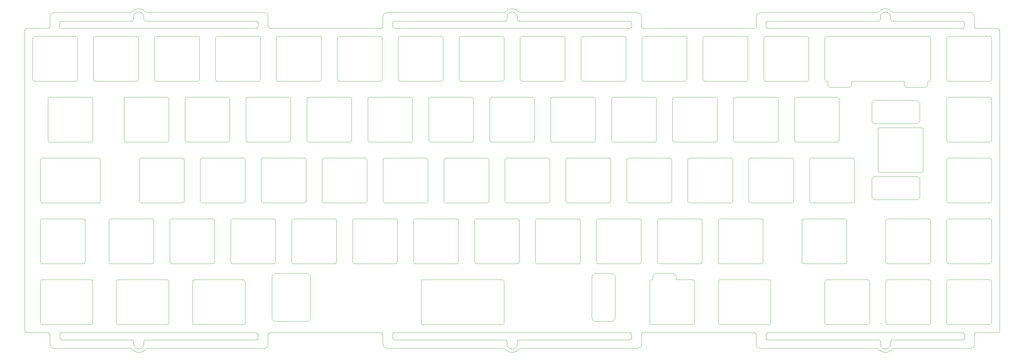
<source format=gbr>
%TF.GenerationSoftware,Altium Limited,Altium Designer,21.6.4 (81)*%
G04 Layer_Color=16711935*
%FSLAX45Y45*%
%MOMM*%
%TF.SameCoordinates,04F12F75-4F8B-4F25-9211-7CF3C9368DE0*%
%TF.FilePolarity,Positive*%
%TF.FileFunction,Other,Mechanical_1*%
%TF.Part,Single*%
G01*
G75*
%TA.AperFunction,NonConductor*%
%ADD10C,0.10000*%
D10*
X7227100Y12446001D02*
X7244345Y12447944D01*
X7260726Y12453676D01*
X7275420Y12462909D01*
X7287691Y12475181D01*
X7296925Y12489875D01*
X7302656Y12506256D01*
X7304600Y12523500D01*
Y12596001D01*
X7302656Y12613246D02*
X7304600Y12596001D01*
X7296925Y12629627D02*
X7302656Y12613246D01*
X7287691Y12644321D02*
X7296925Y12629627D01*
X7275420Y12656592D02*
X7287691Y12644321D01*
X7260726Y12665826D02*
X7275420Y12656592D01*
X7244345Y12671558D02*
X7260726Y12665826D01*
X7227100Y12673501D02*
X7244345Y12671558D01*
X3800201Y12673501D02*
X7227100D01*
X3783173Y12675395D02*
X3800201Y12673501D01*
X3766978Y12680984D02*
X3783173Y12675395D01*
X3752407Y12689993D02*
X3766978Y12680984D01*
X3740170Y12701985D02*
X3752407Y12689993D01*
X3730867Y12716373D02*
X3740170Y12701985D01*
X3724953Y12732452D02*
X3730867Y12716373D01*
X3722717Y12749439D02*
X3724953Y12732452D01*
X3722717Y12749439D02*
X3724267Y12766501D01*
X3727495Y12799642D01*
X3723794Y12832733D02*
X3727495Y12799642D01*
X3713325Y12864342D02*
X3723794Y12832733D01*
X3696539Y12893100D02*
X3713325Y12864342D01*
X3674164Y12917760D02*
X3696539Y12893100D01*
X3647170Y12937254D02*
X3674164Y12917760D01*
X3616725Y12950740D02*
X3647170Y12937254D01*
X3584149Y12957631D02*
X3616725Y12950740D01*
X3550850Y12957631D02*
X3584149D01*
X3518273Y12950740D02*
X3550850Y12957631D01*
X3487829Y12937254D02*
X3518273Y12950740D01*
X3460835Y12917760D02*
X3487829Y12937254D01*
X3438460Y12893098D02*
X3460835Y12917760D01*
X3421674Y12864342D02*
X3438460Y12893098D01*
X3411204Y12832732D02*
X3421674Y12864342D01*
X3407503Y12799641D02*
X3411204Y12832732D01*
X3407503Y12799641D02*
X3410732Y12766500D01*
X3412282Y12749438D01*
X3410045Y12732452D02*
X3412282Y12749438D01*
X3404132Y12716372D02*
X3410045Y12732452D01*
X3394829Y12701985D02*
X3404132Y12716372D01*
X3382593Y12689993D02*
X3394829Y12701985D01*
X3368021Y12680983D02*
X3382593Y12689993D01*
X3351826Y12675393D02*
X3368021Y12680983D01*
X3334798Y12673500D02*
X3351826Y12675393D01*
X1175400Y12673500D02*
X3334798D01*
X1158154Y12671557D02*
X1175400Y12673500D01*
X1141773Y12665825D02*
X1158154Y12671557D01*
X1127079Y12656592D02*
X1141773Y12665825D01*
X1114808Y12644320D02*
X1127079Y12656592D01*
X1105574Y12629626D02*
X1114808Y12644320D01*
X1099843Y12613246D02*
X1105574Y12629626D01*
X1097899Y12596000D02*
X1099843Y12613246D01*
X1097899Y12523500D02*
Y12596000D01*
Y12523500D02*
X1099843Y12506255D01*
X1105574Y12489874D01*
X1114808Y12475180D01*
X1127079Y12462908D01*
X1141773Y12453675D01*
X1158154Y12447944D01*
X1175400Y12446000D01*
X7227100Y12446001D01*
X6010261Y12192122D02*
X6022500Y12193501D01*
X5998636Y12188054D02*
X6010261Y12192122D01*
X5988208Y12181502D02*
X5998636Y12188054D01*
X5979499Y12172793D02*
X5988208Y12181502D01*
X5972946Y12162364D02*
X5979499Y12172793D01*
X5968879Y12150739D02*
X5972946Y12162364D01*
X5967500Y12138500D02*
X5968879Y12150739D01*
X5967500Y10848501D02*
Y12138500D01*
Y10848501D02*
X5968879Y10836262D01*
X5972946Y10824637D01*
X5979499Y10814208D01*
X5988208Y10805500D01*
X5998636Y10798947D01*
X6010261Y10794879D01*
X6022500Y10793500D01*
X7312499D01*
X7324738Y10794880D01*
X7336363Y10798947D01*
X7346792Y10805500D01*
X7355500Y10814208D01*
X7362053Y10824638D01*
X7366120Y10836262D01*
X7367500Y10848501D01*
Y12138500D01*
X7366120Y12150739D02*
X7367500Y12138500D01*
X7362053Y12162364D02*
X7366120Y12150739D01*
X7355500Y12172793D02*
X7362053Y12162364D01*
X7346792Y12181502D02*
X7355500Y12172793D01*
X7336363Y12188054D02*
X7346792Y12181502D01*
X7324738Y12192122D02*
X7336363Y12188054D01*
X7312499Y12193501D02*
X7324738Y12192122D01*
X6022500Y12193501D02*
X7312499D01*
X6962761Y10287122D02*
X6975000Y10288501D01*
X6951137Y10283054D02*
X6962761Y10287122D01*
X6940708Y10276502D02*
X6951137Y10283054D01*
X6931999Y10267793D02*
X6940708Y10276502D01*
X6925447Y10257364D02*
X6931999Y10267793D01*
X6921379Y10245739D02*
X6925447Y10257364D01*
X6920000Y10233500D02*
X6921379Y10245739D01*
X6920000Y8943501D02*
Y10233500D01*
Y8943501D02*
X6921379Y8931262D01*
X6925447Y8919638D01*
X6931999Y8909208D01*
X6940708Y8900500D01*
X6951137Y8893947D01*
X6962761Y8889880D01*
X6975000Y8888500D01*
X8265000D01*
X8277239Y8889880D01*
X8288863Y8893947D01*
X8299292Y8900500D01*
X8308001Y8909208D01*
X8314553Y8919638D01*
X8318621Y8931262D01*
X8320000Y8943501D01*
Y10233500D01*
X8318621Y10245739D02*
X8320000Y10233500D01*
X8314553Y10257364D02*
X8318621Y10245739D01*
X8308001Y10267793D02*
X8314553Y10257364D01*
X8299292Y10276502D02*
X8308001Y10267793D01*
X8288863Y10283054D02*
X8299292Y10276502D01*
X8277239Y10287122D02*
X8288863Y10283054D01*
X8265000Y10288501D02*
X8277239Y10287122D01*
X6975000Y10288501D02*
X8265000D01*
X7302657Y2860746D02*
X7304601Y2843501D01*
X7296926Y2877127D02*
X7302657Y2860746D01*
X7287692Y2891821D02*
X7296926Y2877127D01*
X7275421Y2904092D02*
X7287692Y2891821D01*
X7260727Y2913326D02*
X7275421Y2904092D01*
X7244346Y2919058D02*
X7260727Y2913326D01*
X7227101Y2921001D02*
X7244346Y2919058D01*
X1175401Y2921000D02*
X7227101Y2921001D01*
X1158155Y2919057D02*
X1175401Y2921000D01*
X1141774Y2913325D02*
X1158155Y2919057D01*
X1127080Y2904092D02*
X1141774Y2913325D01*
X1114809Y2891821D02*
X1127080Y2904092D01*
X1105575Y2877126D02*
X1114809Y2891821D01*
X1099844Y2860745D02*
X1105575Y2877126D01*
X1097900Y2843500D02*
X1099844Y2860745D01*
X1097900Y2771000D02*
Y2843500D01*
Y2771000D02*
X1099844Y2753755D01*
X1105575Y2737375D01*
X1114809Y2722680D01*
X1127080Y2710408D01*
X1141774Y2701175D01*
X1158155Y2695443D01*
X1175401Y2693501D01*
X3334799Y2693501D01*
X3351827Y2691607D01*
X3368022Y2686018D01*
X3382594Y2677008D01*
X3394830Y2665016D01*
X3404133Y2650629D01*
X3410046Y2634549D01*
X3412283Y2617563D01*
X3410733Y2600500D02*
X3412283Y2617563D01*
X3407504Y2567359D02*
X3410733Y2600500D01*
X3407504Y2567359D02*
X3411205Y2534268D01*
X3421675Y2502659D01*
X3438461Y2473902D01*
X3460836Y2449242D01*
X3487830Y2429747D01*
X3518274Y2416261D01*
X3550851Y2409369D01*
X3584150D01*
X3616726Y2416261D01*
X3647171Y2429747D01*
X3674165Y2449242D01*
X3696540Y2473902D01*
X3713326Y2502659D01*
X3723795Y2534268D01*
X3727496Y2567359D01*
X3724268Y2600500D02*
X3727496Y2567359D01*
X3722718Y2617563D02*
X3724268Y2600500D01*
X3722718Y2617563D02*
X3724954Y2634549D01*
X3730868Y2650629D01*
X3740171Y2665016D01*
X3752408Y2677008D01*
X3766979Y2686018D01*
X3783174Y2691607D01*
X3800202Y2693501D01*
X7227101Y2693501D01*
X7244346Y2695444D01*
X7260727Y2701176D01*
X7275421Y2710409D01*
X7287692Y2722681D01*
X7296926Y2737375D01*
X7302657Y2753755D01*
X7304601Y2771001D01*
Y2843501D01*
X295261Y12192121D02*
X307500Y12193501D01*
X283636Y12188054D02*
X295261Y12192121D01*
X273208Y12181501D02*
X283636Y12188054D01*
X264499Y12172793D02*
X273208Y12181501D01*
X257946Y12162363D02*
X264499Y12172793D01*
X253879Y12150739D02*
X257946Y12162363D01*
X252500Y12138500D02*
X253879Y12150739D01*
X252500Y12138500D02*
X252500Y10848501D01*
X253879Y10836262D01*
X257946Y10824637D01*
X264499Y10814208D01*
X273208Y10805499D01*
X283636Y10798947D01*
X295262Y10794879D01*
X307500Y10793500D01*
X1597499D01*
X1609738Y10794879D01*
X1621363Y10798947D01*
X1631791Y10805499D01*
X1640500Y10814208D01*
X1647054Y10824637D01*
X1651121Y10836262D01*
X1652499Y10848501D01*
X1652499Y12138500D02*
X1652499Y10848501D01*
X1651120Y12150739D02*
X1652499Y12138500D01*
X1647053Y12162363D02*
X1651120Y12150739D01*
X1640500Y12172793D02*
X1647053Y12162363D01*
X1631791Y12181501D02*
X1640500Y12172793D01*
X1621363Y12188054D02*
X1631791Y12181501D01*
X1609738Y12192121D02*
X1621363Y12188054D01*
X1597499Y12193501D02*
X1609738Y12192121D01*
X307500Y12193501D02*
X1597499D01*
X771512Y10287122D02*
X783750Y10288501D01*
X759886Y10283054D02*
X771512Y10287122D01*
X749458Y10276501D02*
X759886Y10283054D01*
X740749Y10267793D02*
X749458Y10276501D01*
X734196Y10257364D02*
X740749Y10267793D01*
X730129Y10245739D02*
X734196Y10257364D01*
X728750Y10233500D02*
X730129Y10245739D01*
X728750Y10233500D02*
X728750Y8943501D01*
X730129Y8931262D01*
X734196Y8919637D01*
X740749Y8909208D01*
X749458Y8900499D01*
X759887Y8893947D01*
X771512Y8889879D01*
X783751Y8888500D01*
X2073749D01*
X2085988Y8889879D01*
X2097613Y8893947D01*
X2108042Y8900499D01*
X2116751Y8909208D01*
X2123304Y8919637D01*
X2127371Y8931262D01*
X2128750Y8943501D01*
X2128749Y10233500D02*
X2128750Y8943501D01*
X2127371Y10245739D02*
X2128749Y10233500D01*
X2123304Y10257364D02*
X2127371Y10245739D01*
X2116750Y10267793D02*
X2123304Y10257364D01*
X2108041Y10276501D02*
X2116750Y10267793D01*
X2097613Y10283054D02*
X2108041Y10276501D01*
X2085988Y10287122D02*
X2097613Y10283054D01*
X2073749Y10288501D02*
X2085988Y10287122D01*
X783750Y10288501D02*
X2073749D01*
X533386Y8382121D02*
X545625Y8383500D01*
X521762Y8378053D02*
X533386Y8382121D01*
X511332Y8371501D02*
X521762Y8378053D01*
X502624Y8362792D02*
X511332Y8371501D01*
X496072Y8352364D02*
X502624Y8362792D01*
X492004Y8340739D02*
X496072Y8352364D01*
X490624Y8328500D02*
X492004Y8340739D01*
X490624Y7038500D02*
Y8328500D01*
Y7038500D02*
X492004Y7026261D01*
X496072Y7014637D01*
X502624Y7004208D01*
X511332Y6995499D01*
X521762Y6988947D01*
X533386Y6984879D01*
X545625Y6983500D01*
X2311875Y6983500D01*
X2324114Y6984879D01*
X2335738Y6988947D01*
X2346168Y6995500D01*
X2354876Y7004208D01*
X2361428Y7014637D01*
X2365496Y7026262D01*
X2366876Y7038501D01*
Y8328500D01*
X2365496Y8340739D02*
X2366876Y8328500D01*
X2361428Y8352364D02*
X2365496Y8340739D01*
X2354876Y8362793D02*
X2361428Y8352364D01*
X2346168Y8371501D02*
X2354876Y8362793D01*
X2335738Y8378054D02*
X2346168Y8371501D01*
X2324114Y8382121D02*
X2335738Y8378054D01*
X2311875Y8383501D02*
X2324114Y8382121D01*
X545625Y8383500D02*
X2311875Y8383501D01*
X533386Y6477121D02*
X545625Y6478500D01*
X521762Y6473053D02*
X533386Y6477121D01*
X511332Y6466501D02*
X521762Y6473053D01*
X502624Y6457792D02*
X511332Y6466501D01*
X496072Y6447364D02*
X502624Y6457792D01*
X492004Y6435739D02*
X496072Y6447364D01*
X490624Y6423500D02*
X492004Y6435739D01*
X490624Y6423500D02*
X490625Y5133500D01*
X492004Y5121261D01*
X496072Y5109637D01*
X502625Y5099208D01*
X511333Y5090499D01*
X521762Y5083947D01*
X533386Y5079879D01*
X545625Y5078500D01*
X1835626Y5078500D01*
X1847864Y5079879D01*
X1859489Y5083947D01*
X1869918Y5090500D01*
X1878626Y5099208D01*
X1885178Y5109637D01*
X1889246Y5121262D01*
X1890626Y5133501D01*
X1890626Y6423500D02*
X1890626Y5133501D01*
X1889246Y6435739D02*
X1890626Y6423500D01*
X1885178Y6447364D02*
X1889246Y6435739D01*
X1878626Y6457793D02*
X1885178Y6447364D01*
X1869918Y6466501D02*
X1878626Y6457793D01*
X1859488Y6473054D02*
X1869918Y6466501D01*
X1847864Y6477121D02*
X1859488Y6473054D01*
X1835625Y6478501D02*
X1847864Y6477121D01*
X545625Y6478500D02*
X1835625Y6478501D01*
X533386Y4572121D02*
X545625Y4573500D01*
X521762Y4568053D02*
X533386Y4572121D01*
X511333Y4561501D02*
X521762Y4568053D01*
X502625Y4552792D02*
X511333Y4561501D01*
X496072Y4542364D02*
X502625Y4552792D01*
X492004Y4530739D02*
X496072Y4542364D01*
X490625Y4518500D02*
X492004Y4530739D01*
X490625Y4518500D02*
X490625Y3228500D01*
X492005Y3216262D01*
X496073Y3204637D01*
X502625Y3194208D01*
X511333Y3185500D01*
X521762Y3178947D01*
X533386Y3174879D01*
X545625Y3173500D01*
X2073750D01*
X2085989Y3174879D01*
X2097614Y3178947D01*
X2108042Y3185500D01*
X2116751Y3194208D01*
X2123304Y3204637D01*
X2127371Y3216262D01*
X2128750Y3228500D01*
X2128750Y4518500D02*
X2128750Y3228500D01*
X2127371Y4530739D02*
X2128750Y4518500D01*
X2123304Y4542364D02*
X2127371Y4530739D01*
X2116751Y4552793D02*
X2123304Y4542364D01*
X2108042Y4561501D02*
X2116751Y4552793D01*
X2097614Y4568054D02*
X2108042Y4561501D01*
X2085988Y4572121D02*
X2097614Y4568054D01*
X2073750Y4573501D02*
X2085988Y4572121D01*
X545625Y4573500D02*
X2073750Y4573501D01*
X4032371Y6435739D02*
X4033750Y6423500D01*
X4028304Y6447364D02*
X4032371Y6435739D01*
X4021751Y6457793D02*
X4028304Y6447364D01*
X4013042Y6466501D02*
X4021751Y6457793D01*
X4002613Y6473054D02*
X4013042Y6466501D01*
X3990988Y6477122D02*
X4002613Y6473054D01*
X3978749Y6478501D02*
X3990988Y6477122D01*
X2688751Y6478501D02*
X3978749D01*
X2676512Y6477121D02*
X2688751Y6478501D01*
X2664887Y6473054D02*
X2676512Y6477121D01*
X2654458Y6466501D02*
X2664887Y6473054D01*
X2645749Y6457793D02*
X2654458Y6466501D01*
X2639196Y6447364D02*
X2645749Y6457793D01*
X2635129Y6435739D02*
X2639196Y6447364D01*
X2633750Y6423500D02*
X2635129Y6435739D01*
X2633750Y6423500D02*
X2633751Y5133501D01*
X2635129Y5121262D01*
X2639196Y5109637D01*
X2645750Y5099208D01*
X2654459Y5090500D01*
X2664887Y5083947D01*
X2676512Y5079879D01*
X2688751Y5078500D01*
X3978750D01*
X3990988Y5079880D01*
X4002614Y5083947D01*
X4013042Y5090500D01*
X4021751Y5099208D01*
X4028304Y5109637D01*
X4032371Y5121262D01*
X4033750Y5133501D01*
X4033750Y6423500D02*
X4033750Y5133501D01*
X3556120Y12150739D02*
X3557499Y12138500D01*
X3552053Y12162363D02*
X3556120Y12150739D01*
X3545500Y12172793D02*
X3552053Y12162363D01*
X3536791Y12181501D02*
X3545500Y12172793D01*
X3526363Y12188054D02*
X3536791Y12181501D01*
X3514738Y12192121D02*
X3526363Y12188054D01*
X3502499Y12193501D02*
X3514738Y12192121D01*
X2212500Y12193501D02*
X3502499D01*
X2200261Y12192121D02*
X2212500Y12193501D01*
X2188636Y12188054D02*
X2200261Y12192121D01*
X2178208Y12181501D02*
X2188636Y12188054D01*
X2169499Y12172793D02*
X2178208Y12181501D01*
X2162946Y12162363D02*
X2169499Y12172793D01*
X2158879Y12150739D02*
X2162946Y12162363D01*
X2157500Y12138500D02*
X2158879Y12150739D01*
X2157500Y12138500D02*
X2157500Y10848501D01*
X2158879Y10836262D01*
X2162946Y10824637D01*
X2169499Y10814208D01*
X2178208Y10805499D01*
X2188636Y10798947D01*
X2200262Y10794879D01*
X2212500Y10793500D01*
X3502499D01*
X3514738Y10794879D01*
X3526363Y10798947D01*
X3536791Y10805499D01*
X3545500Y10814208D01*
X3552054Y10824637D01*
X3556121Y10836262D01*
X3557499Y10848501D01*
X3557499Y12138500D02*
X3557499Y10848501D01*
X4455000Y3173500D02*
X4467239Y3174880D01*
X4478864Y3178947D01*
X4489292Y3185500D01*
X4498001Y3194208D01*
X4504554Y3204637D01*
X4508621Y3216262D01*
X4510000Y3228501D01*
Y4518500D01*
X4508621Y4530739D02*
X4510000Y4518500D01*
X4504554Y4542364D02*
X4508621Y4530739D01*
X4498001Y4552793D02*
X4504554Y4542364D01*
X4489292Y4561501D02*
X4498001Y4552793D01*
X4478864Y4568054D02*
X4489292Y4561501D01*
X4467239Y4572122D02*
X4478864Y4568054D01*
X4455000Y4573501D02*
X4467239Y4572122D01*
X2926875Y4573501D02*
X4455000D01*
X2914636Y4572121D02*
X2926875Y4573501D01*
X2903012Y4568054D02*
X2914636Y4572121D01*
X2892583Y4561501D02*
X2903012Y4568054D01*
X2883875Y4552793D02*
X2892583Y4561501D01*
X2877322Y4542364D02*
X2883875Y4552793D01*
X2873254Y4530739D02*
X2877322Y4542364D01*
X2871875Y4518500D02*
X2873254Y4530739D01*
X2871875Y4518500D02*
X2871875Y3228501D01*
X2873255Y3216262D01*
X2877323Y3204637D01*
X2883875Y3194208D01*
X2892583Y3185500D01*
X2903012Y3178947D01*
X2914636Y3174880D01*
X2926875Y3173500D01*
X4455000D01*
X5295886Y4572122D02*
X5308125Y4573501D01*
X5284262Y4568054D02*
X5295886Y4572122D01*
X5273833Y4561501D02*
X5284262Y4568054D01*
X5265125Y4552793D02*
X5273833Y4561501D01*
X5258573Y4542364D02*
X5265125Y4552793D01*
X5254505Y4530739D02*
X5258573Y4542364D01*
X5253125Y4518500D02*
X5254505Y4530739D01*
X5253125Y3228501D02*
Y4518500D01*
Y3228501D02*
X5254505Y3216262D01*
X5258573Y3204637D01*
X5265125Y3194209D01*
X5273833Y3185500D01*
X5284262Y3178947D01*
X5295886Y3174880D01*
X5308125Y3173501D01*
X6836250D01*
X6848489Y3174880D01*
X6860114Y3178947D01*
X6870543Y3185500D01*
X6879251Y3194209D01*
X6885804Y3204637D01*
X6889871Y3216262D01*
X6891251Y3228501D01*
Y4518501D01*
X6889871Y4530740D02*
X6891251Y4518501D01*
X6885804Y4542364D02*
X6889871Y4530740D01*
X6879251Y4552793D02*
X6885804Y4542364D01*
X6870543Y4561502D02*
X6879251Y4552793D01*
X6860114Y4568054D02*
X6870543Y4561502D01*
X6848489Y4572122D02*
X6860114Y4568054D01*
X6836250Y4573501D02*
X6848489Y4572122D01*
X5308125Y4573501D02*
X6836250Y4573501D01*
X5937371Y6435739D02*
X5938750Y6423500D01*
X5933304Y6447364D02*
X5937371Y6435739D01*
X5926751Y6457793D02*
X5933304Y6447364D01*
X5918042Y6466501D02*
X5926751Y6457793D01*
X5907613Y6473054D02*
X5918042Y6466501D01*
X5895988Y6477122D02*
X5907613Y6473054D01*
X5883749Y6478501D02*
X5895988Y6477122D01*
X4593751Y6478501D02*
X5883749D01*
X4581512Y6477122D02*
X4593751Y6478501D01*
X4569887Y6473054D02*
X4581512Y6477122D01*
X4559458Y6466501D02*
X4569887Y6473054D01*
X4550749Y6457793D02*
X4559458Y6466501D01*
X4544196Y6447364D02*
X4550749Y6457793D01*
X4540129Y6435739D02*
X4544196Y6447364D01*
X4538750Y6423500D02*
X4540129Y6435739D01*
X4538750Y5133501D02*
Y6423500D01*
Y5133501D02*
X4540129Y5121262D01*
X4544196Y5109637D01*
X4550749Y5099208D01*
X4559458Y5090500D01*
X4569887Y5083947D01*
X4581512Y5079880D01*
X4593751Y5078500D01*
X5883749D01*
X5895988Y5079880D01*
X5907613Y5083947D01*
X5918042Y5090500D01*
X5926751Y5099208D01*
X5933304Y5109637D01*
X5937371Y5121262D01*
X5938750Y5133501D01*
Y6423500D01*
X6889871Y8340740D02*
X6891250Y8328501D01*
X6885803Y8352364D02*
X6889871Y8340740D01*
X6879251Y8362793D02*
X6885803Y8352364D01*
X6870542Y8371502D02*
X6879251Y8362793D01*
X6860113Y8378054D02*
X6870542Y8371502D01*
X6848489Y8382122D02*
X6860113Y8378054D01*
X6836250Y8383501D02*
X6848489Y8382122D01*
X5546251Y8383501D02*
X6836250Y8383501D01*
X5534012Y8382122D02*
X5546251Y8383501D01*
X5522387Y8378054D02*
X5534012Y8382122D01*
X5511958Y8371501D02*
X5522387Y8378054D01*
X5503249Y8362793D02*
X5511958Y8371501D01*
X5496696Y8352364D02*
X5503249Y8362793D01*
X5492629Y8340739D02*
X5496696Y8352364D01*
X5491250Y8328500D02*
X5492629Y8340739D01*
X5491250Y7038501D02*
Y8328500D01*
Y7038501D02*
X5492629Y7026262D01*
X5496696Y7014637D01*
X5503249Y7004208D01*
X5511958Y6995500D01*
X5522387Y6988947D01*
X5534012Y6984880D01*
X5546251Y6983500D01*
X6836250Y6983501D01*
X6848489Y6984880D01*
X6860113Y6988948D01*
X6870542Y6995500D01*
X6879251Y7004209D01*
X6885803Y7014637D01*
X6889871Y7026262D01*
X6891250Y7038501D01*
Y8328501D01*
X5461120Y12150739D02*
X5462499Y12138500D01*
X5457053Y12162364D02*
X5461120Y12150739D01*
X5450500Y12172793D02*
X5457053Y12162364D01*
X5441791Y12181502D02*
X5450500Y12172793D01*
X5431363Y12188054D02*
X5441791Y12181502D01*
X5419738Y12192122D02*
X5431363Y12188054D01*
X5407499Y12193501D02*
X5419738Y12192122D01*
X4117500Y12193501D02*
X5407499D01*
X4105261Y12192122D02*
X4117500Y12193501D01*
X4093636Y12188054D02*
X4105261Y12192122D01*
X4083208Y12181502D02*
X4093636Y12188054D01*
X4074499Y12172793D02*
X4083208Y12181502D01*
X4067946Y12162364D02*
X4074499Y12172793D01*
X4063879Y12150739D02*
X4067946Y12162364D01*
X4062500Y12138500D02*
X4063879Y12150739D01*
X4062500Y12138500D02*
X4062500Y10848501D01*
X4063879Y10836262D01*
X4067946Y10824637D01*
X4074499Y10814208D01*
X4083208Y10805500D01*
X4093636Y10798947D01*
X4105262Y10794879D01*
X4117500Y10793500D01*
X5407499D01*
X5419738Y10794879D01*
X5431363Y10798947D01*
X5441791Y10805500D01*
X5450500Y10814208D01*
X5457053Y10824637D01*
X5461120Y10836262D01*
X5462499Y10848501D01*
Y12138500D01*
X4984871Y8340739D02*
X4986250Y8328500D01*
X4980804Y8352364D02*
X4984871Y8340739D01*
X4974251Y8362793D02*
X4980804Y8352364D01*
X4965542Y8371501D02*
X4974251Y8362793D01*
X4955113Y8378054D02*
X4965542Y8371501D01*
X4943488Y8382122D02*
X4955113Y8378054D01*
X4931249Y8383501D02*
X4943488Y8382122D01*
X3641251Y8383501D02*
X4931249D01*
X3629012Y8382122D02*
X3641251Y8383501D01*
X3617387Y8378054D02*
X3629012Y8382122D01*
X3606958Y8371501D02*
X3617387Y8378054D01*
X3598249Y8362793D02*
X3606958Y8371501D01*
X3591696Y8352364D02*
X3598249Y8362793D01*
X3587629Y8340739D02*
X3591696Y8352364D01*
X3586250Y8328500D02*
X3587629Y8340739D01*
X3586250Y7038501D02*
Y8328500D01*
Y7038501D02*
X3587629Y7026262D01*
X3591696Y7014637D01*
X3598249Y7004208D01*
X3606958Y6995500D01*
X3617387Y6988947D01*
X3629012Y6984880D01*
X3641251Y6983500D01*
X4931249D01*
X4943488Y6984880D01*
X4955113Y6988947D01*
X4965542Y6995500D01*
X4974251Y7004208D01*
X4980804Y7014637D01*
X4984871Y7026262D01*
X4986250Y7038501D01*
Y8328500D01*
X6413621Y10245739D02*
X6415000Y10233500D01*
X6409554Y10257364D02*
X6413621Y10245739D01*
X6403001Y10267793D02*
X6409554Y10257364D01*
X6394292Y10276502D02*
X6403001Y10267793D01*
X6383863Y10283054D02*
X6394292Y10276502D01*
X6372238Y10287122D02*
X6383863Y10283054D01*
X6359999Y10288501D02*
X6372238Y10287122D01*
X5070001Y10288501D02*
X6359999D01*
X5057762Y10287122D02*
X5070001Y10288501D01*
X5046137Y10283054D02*
X5057762Y10287122D01*
X5035708Y10276502D02*
X5046137Y10283054D01*
X5026999Y10267793D02*
X5035708Y10276502D01*
X5020446Y10257364D02*
X5026999Y10267793D01*
X5016379Y10245739D02*
X5020446Y10257364D01*
X5015000Y10233500D02*
X5016379Y10245739D01*
X5015000Y8943501D02*
Y10233500D01*
Y8943501D02*
X5016379Y8931262D01*
X5020446Y8919637D01*
X5026999Y8909208D01*
X5035708Y8900500D01*
X5046137Y8893947D01*
X5057762Y8889879D01*
X5070001Y8888500D01*
X6359999D01*
X6372238Y8889879D01*
X6383863Y8893947D01*
X6394292Y8900500D01*
X6403001Y8909208D01*
X6409554Y8919637D01*
X6413621Y8931262D01*
X6415000Y8943501D01*
Y10233500D01*
X4508621Y10245739D02*
X4510000Y10233500D01*
X4504554Y10257364D02*
X4508621Y10245739D01*
X4498001Y10267793D02*
X4504554Y10257364D01*
X4489292Y10276502D02*
X4498001Y10267793D01*
X4478863Y10283054D02*
X4489292Y10276502D01*
X4467238Y10287122D02*
X4478863Y10283054D01*
X4454999Y10288501D02*
X4467238Y10287122D01*
X3165000Y10288501D02*
X4454999D01*
X3152762Y10287122D02*
X3165000Y10288501D01*
X3141136Y10283054D02*
X3152762Y10287122D01*
X3130708Y10276501D02*
X3141136Y10283054D01*
X3121999Y10267793D02*
X3130708Y10276501D01*
X3115446Y10257364D02*
X3121999Y10267793D01*
X3111379Y10245739D02*
X3115446Y10257364D01*
X3110000Y10233500D02*
X3111379Y10245739D01*
X3110000Y10233500D02*
X3110000Y8943501D01*
X3111379Y8931262D01*
X3115446Y8919637D01*
X3121999Y8909208D01*
X3130708Y8900499D01*
X3141137Y8893947D01*
X3152762Y8889879D01*
X3165001Y8888500D01*
X4454999D01*
X4467238Y8889879D01*
X4478863Y8893947D01*
X4489292Y8900500D01*
X4498001Y8909208D01*
X4504554Y8919637D01*
X4508621Y8931262D01*
X4510000Y8943501D01*
Y10233500D01*
X6486512Y6477122D02*
X6498751Y6478501D01*
X6474887Y6473054D02*
X6486512Y6477122D01*
X6464458Y6466501D02*
X6474887Y6473054D01*
X6455749Y6457793D02*
X6464458Y6466501D01*
X6449196Y6447364D02*
X6455749Y6457793D01*
X6445129Y6435739D02*
X6449196Y6447364D01*
X6443750Y6423500D02*
X6445129Y6435739D01*
X6443750Y5133501D02*
Y6423500D01*
Y5133501D02*
X6445129Y5121262D01*
X6449196Y5109637D01*
X6455749Y5099208D01*
X6464458Y5090500D01*
X6474887Y5083947D01*
X6486512Y5079880D01*
X6498751Y5078500D01*
X7788750Y5078501D01*
X7800989Y5079880D01*
X7812613Y5083948D01*
X7823042Y5090500D01*
X7831751Y5099209D01*
X7838303Y5109637D01*
X7842371Y5121262D01*
X7843750Y5133501D01*
Y6423501D01*
X7842371Y6435740D02*
X7843750Y6423501D01*
X7838303Y6447364D02*
X7842371Y6435740D01*
X7831751Y6457793D02*
X7838303Y6447364D01*
X7823042Y6466502D02*
X7831751Y6457793D01*
X7812613Y6473054D02*
X7823042Y6466502D01*
X7800989Y6477122D02*
X7812613Y6473054D01*
X7788750Y6478501D02*
X7800989Y6477122D01*
X6498751Y6478501D02*
X7788750Y6478501D01*
X23235654Y12671559D02*
X23252899Y12673502D01*
X23219273Y12665827D02*
X23235654Y12671559D01*
X23204578Y12656594D02*
X23219273Y12665827D01*
X23192307Y12644322D02*
X23204578Y12656594D01*
X23183073Y12629628D02*
X23192307Y12644322D01*
X23177344Y12613248D02*
X23183073Y12629628D01*
X23175398Y12596002D02*
X23177344Y12613248D01*
X23175398Y12523503D02*
Y12596002D01*
Y12523503D02*
X23177344Y12506257D01*
X23183073Y12489876D01*
X23192307Y12475182D01*
X23204578Y12462910D01*
X23219273Y12453677D01*
X23235654Y12447946D01*
X23252899Y12446002D01*
X29304599Y12446003D01*
X29321844Y12447946D01*
X29338226Y12453678D01*
X29352921Y12462911D01*
X29365192Y12475183D01*
X29374426Y12489877D01*
X29380157Y12506258D01*
X29382101Y12523503D01*
Y12596003D01*
X29380157Y12613248D02*
X29382101Y12596003D01*
X29374426Y12629629D02*
X29380157Y12613248D01*
X29365192Y12644323D02*
X29374426Y12629629D01*
X29352921Y12656594D02*
X29365192Y12644323D01*
X29338226Y12665828D02*
X29352921Y12656594D01*
X29321844Y12671560D02*
X29338226Y12665828D01*
X29304599Y12673503D02*
X29321844Y12671560D01*
X27145200Y12673503D02*
X29304599D01*
X27128174Y12675397D02*
X27145200Y12673503D01*
X27111978Y12680986D02*
X27128174Y12675397D01*
X27097406Y12689995D02*
X27111978Y12680986D01*
X27085172Y12701987D02*
X27097406Y12689995D01*
X27075867Y12716375D02*
X27085172Y12701987D01*
X27069955Y12732454D02*
X27075867Y12716375D01*
X27067719Y12749441D02*
X27069955Y12732454D01*
X27067719Y12749441D02*
X27069269Y12766503D01*
X27072498Y12799644D01*
X27068793Y12832735D02*
X27072498Y12799644D01*
X27058325Y12864343D02*
X27068793Y12832735D01*
X27041537Y12893102D02*
X27058325Y12864343D01*
X27019165Y12917761D02*
X27041537Y12893102D01*
X26992169Y12937256D02*
X27019165Y12917761D01*
X26961725Y12950743D02*
X26992169Y12937256D01*
X26929150Y12957634D02*
X26961725Y12950743D01*
X26895850Y12957634D02*
X26929150D01*
X26863275Y12950743D02*
X26895850Y12957634D01*
X26832828Y12937256D02*
X26863275Y12950743D01*
X26805835Y12917761D02*
X26832828Y12937256D01*
X26783463Y12893102D02*
X26805835Y12917761D01*
X26766675Y12864343D02*
X26783463Y12893102D01*
X26756207Y12832735D02*
X26766675Y12864343D01*
X26752502Y12799643D02*
X26756207Y12832735D01*
X26752502Y12799643D02*
X26755731Y12766502D01*
X26757281Y12749440D01*
X26755045Y12732454D02*
X26757281Y12749440D01*
X26749133Y12716374D02*
X26755045Y12732454D01*
X26739828Y12701987D02*
X26749133Y12716374D01*
X26727594Y12689995D02*
X26739828Y12701987D01*
X26713022Y12680985D02*
X26727594Y12689995D01*
X26696826Y12675396D02*
X26713022Y12680985D01*
X26679797Y12673502D02*
X26696826Y12675396D01*
X23252899Y12673502D02*
X26679797D01*
X11580401Y2693502D02*
X15007298Y2693502D01*
X15024327Y2691608D01*
X15040521Y2686019D01*
X15055093Y2677009D01*
X15067329Y2665017D01*
X15076633Y2650630D01*
X15082545Y2634550D01*
X15084782Y2617564D01*
X15083234Y2600501D02*
X15084782Y2617564D01*
X15080003Y2567360D02*
X15083234Y2600501D01*
X15080003Y2567360D02*
X15083707Y2534269D01*
X15094176Y2502660D01*
X15110960Y2473903D01*
X15133336Y2449243D01*
X15160330Y2429748D01*
X15190775Y2416262D01*
X15223352Y2409370D01*
X15256648D01*
X15289226Y2416262D01*
X15319672Y2429748D01*
X15346664Y2449243D01*
X15369038Y2473903D01*
X15385825Y2502660D01*
X15396295Y2534269D01*
X15399997Y2567360D01*
X15396768Y2600501D02*
X15399997Y2567360D01*
X15395216Y2617564D02*
X15396768Y2600501D01*
X15395216Y2617564D02*
X15397455Y2634550D01*
X15403369Y2650630D01*
X15412669Y2665017D01*
X15424907Y2677009D01*
X15439478Y2686019D01*
X15455675Y2691608D01*
X15472702Y2693502D01*
X18899599Y2693502D01*
X18916846Y2695445D01*
X18933228Y2701177D01*
X18947920Y2710410D01*
X18960191Y2722682D01*
X18969424Y2737376D01*
X18975157Y2753756D01*
X18977100Y2771002D01*
Y2843502D01*
X18975157Y2860747D02*
X18977100Y2843502D01*
X18969424Y2877128D02*
X18975157Y2860747D01*
X18960191Y2891822D02*
X18969424Y2877128D01*
X18947920Y2904094D02*
X18960191Y2891822D01*
X18933228Y2913327D02*
X18947920Y2904094D01*
X18916846Y2919059D02*
X18933228Y2913327D01*
X18899599Y2921002D02*
X18916846Y2919059D01*
X11580401Y2921001D02*
X18899599Y2921002D01*
X11563155Y2919058D02*
X11580401Y2921001D01*
X11546774Y2913326D02*
X11563155Y2919058D01*
X11532080Y2904093D02*
X11546774Y2913326D01*
X11519808Y2891822D02*
X11532080Y2904093D01*
X11510575Y2877127D02*
X11519808Y2891822D01*
X11504844Y2860746D02*
X11510575Y2877127D01*
X11502900Y2843501D02*
X11504844Y2860746D01*
X11502900Y2771001D02*
Y2843501D01*
Y2771001D02*
X11504844Y2753756D01*
X11510575Y2737376D01*
X11519808Y2722681D01*
X11532080Y2710409D01*
X11546774Y2701176D01*
X11563155Y2695444D01*
X11580401Y2693502D01*
X23235657Y2919059D02*
X23252899Y2921002D01*
X23219273Y2913327D02*
X23235657Y2919059D01*
X23204581Y2904094D02*
X23219273Y2913327D01*
X23192310Y2891823D02*
X23204581Y2904094D01*
X23183076Y2877128D02*
X23192310Y2891823D01*
X23177344Y2860747D02*
X23183076Y2877128D01*
X23175401Y2843502D02*
X23177344Y2860747D01*
X23175401Y2771002D02*
Y2843502D01*
Y2771002D02*
X23177344Y2753757D01*
X23183076Y2737377D01*
X23192310Y2722682D01*
X23204581Y2710410D01*
X23219273Y2701177D01*
X23235657Y2695445D01*
X23252899Y2693503D01*
X26679797Y2693503D01*
X26696826Y2691609D01*
X26713022Y2686020D01*
X26727594Y2677010D01*
X26739828Y2665018D01*
X26749133Y2650631D01*
X26755048Y2634551D01*
X26757281Y2617565D01*
X26755731Y2600502D02*
X26757281Y2617565D01*
X26752505Y2567361D02*
X26755731Y2600502D01*
X26752505Y2567361D02*
X26756207Y2534270D01*
X26766675Y2502661D01*
X26783463Y2473904D01*
X26805835Y2449244D01*
X26832831Y2429749D01*
X26863275Y2416263D01*
X26895850Y2409371D01*
X26929150D01*
X26961725Y2416263D01*
X26992172Y2429749D01*
X27019165Y2449244D01*
X27041537Y2473904D01*
X27058325Y2502661D01*
X27068796Y2534270D01*
X27072498Y2567361D01*
X27069269Y2600502D02*
X27072498Y2567361D01*
X27067719Y2617565D02*
X27069269Y2600502D01*
X27067719Y2617565D02*
X27069955Y2634551D01*
X27075867Y2650631D01*
X27085172Y2665018D01*
X27097406Y2677010D01*
X27111978Y2686020D01*
X27128174Y2691609D01*
X27145200Y2693503D01*
X29304599Y2693503D01*
X29321844Y2695446D01*
X29338226Y2701178D01*
X29352921Y2710411D01*
X29365192Y2722683D01*
X29374426Y2737377D01*
X29380157Y2753758D01*
X29382101Y2771003D01*
Y2843503D01*
X29380157Y2860748D02*
X29382101Y2843503D01*
X29374426Y2877129D02*
X29380157Y2860748D01*
X29365192Y2891823D02*
X29374426Y2877129D01*
X29352921Y2904095D02*
X29365192Y2891823D01*
X29338226Y2913328D02*
X29352921Y2904095D01*
X29321844Y2919060D02*
X29338226Y2913328D01*
X29304599Y2921003D02*
X29321844Y2919060D01*
X23252899Y2921002D02*
X29304599Y2921003D01*
X11580399Y12446001D02*
X18899599Y12446002D01*
X18916846Y12447945D01*
X18933224Y12453677D01*
X18947920Y12462910D01*
X18960191Y12475182D01*
X18969424Y12489876D01*
X18975157Y12506257D01*
X18977100Y12523501D01*
Y12596002D01*
X18975157Y12613247D02*
X18977100Y12596002D01*
X18969424Y12629628D02*
X18975157Y12613247D01*
X18960191Y12644322D02*
X18969424Y12629628D01*
X18947920Y12656593D02*
X18960191Y12644322D01*
X18933224Y12665827D02*
X18947920Y12656593D01*
X18916846Y12671559D02*
X18933224Y12665827D01*
X18899599Y12673502D02*
X18916846Y12671559D01*
X15472702Y12673502D02*
X18899599D01*
X15455673Y12675396D02*
X15472702Y12673502D01*
X15439478Y12680985D02*
X15455673Y12675396D01*
X15424905Y12689994D02*
X15439478Y12680985D01*
X15412669Y12701986D02*
X15424905Y12689994D01*
X15403368Y12716374D02*
X15412669Y12701986D01*
X15397453Y12732453D02*
X15403368Y12716374D01*
X15395216Y12749440D02*
X15397453Y12732453D01*
X15395216Y12749440D02*
X15396767Y12766502D01*
X15399995Y12799643D01*
X15396294Y12832735D02*
X15399995Y12799643D01*
X15385825Y12864343D02*
X15396294Y12832735D01*
X15369038Y12893102D02*
X15385825Y12864343D01*
X15346664Y12917760D02*
X15369038Y12893102D01*
X15319670Y12937254D02*
X15346664Y12917760D01*
X15289224Y12950742D02*
X15319670Y12937254D01*
X15256648Y12957632D02*
X15289224Y12950742D01*
X15223351Y12957632D02*
X15256648Y12957632D01*
X15190775Y12950742D02*
X15223351Y12957632D01*
X15160329Y12937254D02*
X15190775Y12950742D01*
X15133334Y12917760D02*
X15160329Y12937254D01*
X15110960Y12893100D02*
X15133334Y12917760D01*
X15094176Y12864342D02*
X15110960Y12893100D01*
X15083705Y12832733D02*
X15094176Y12864342D01*
X15080003Y12799642D02*
X15083705Y12832733D01*
X15080003Y12799642D02*
X15083232Y12766501D01*
X15084782Y12749439D01*
X15082545Y12732453D02*
X15084782Y12749439D01*
X15076631Y12716373D02*
X15082545Y12732453D01*
X15067329Y12701986D02*
X15076631Y12716373D01*
X15055093Y12689994D02*
X15067329Y12701986D01*
X15040521Y12680984D02*
X15055093Y12689994D01*
X15024326Y12675395D02*
X15040521Y12680984D01*
X15007298Y12673501D02*
X15024326Y12675395D01*
X11580399Y12673501D02*
X15007298D01*
X11563154Y12671558D02*
X11580399Y12673501D01*
X11546774Y12665826D02*
X11563154Y12671558D01*
X11532080Y12656593D02*
X11546774Y12665826D01*
X11519807Y12644321D02*
X11532080Y12656593D01*
X11510575Y12629627D02*
X11519807Y12644321D01*
X11504843Y12613247D02*
X11510575Y12629627D01*
X11502900Y12596001D02*
X11504843Y12613247D01*
X11502900Y12523501D02*
Y12596001D01*
Y12523501D02*
X11504843Y12506256D01*
X11510575Y12489875D01*
X11519807Y12475181D01*
X11532080Y12462909D01*
X11546774Y12453676D01*
X11563154Y12447945D01*
X11580399Y12446001D01*
X20171249Y6983502D02*
X20183488Y6984881D01*
X20195113Y6988949D01*
X20205542Y6995501D01*
X20214252Y7004210D01*
X20220804Y7014638D01*
X20224872Y7026263D01*
X20226250Y7038502D01*
Y8328502D01*
X20224870Y8340741D02*
X20226250Y8328502D01*
X20220804Y8352365D02*
X20224870Y8340741D01*
X20214252Y8362794D02*
X20220804Y8352365D01*
X20205542Y8371503D02*
X20214252Y8362794D01*
X20195113Y8378055D02*
X20205542Y8371503D01*
X20183488Y8382123D02*
X20195113Y8378055D01*
X20171249Y8383502D02*
X20183488Y8382123D01*
X18881252Y8383502D02*
X20171249D01*
X18869012Y8382123D02*
X18881252Y8383502D01*
X18857387Y8378055D02*
X18869012Y8382123D01*
X18846957Y8371503D02*
X18857387Y8378055D01*
X18838249Y8362794D02*
X18846957Y8371503D01*
X18831696Y8352365D02*
X18838249Y8362794D01*
X18827628Y8340741D02*
X18831696Y8352365D01*
X18826250Y8328502D02*
X18827628Y8340741D01*
X18826250Y7038502D02*
Y8328502D01*
Y7038502D02*
X18827628Y7026263D01*
X18831696Y7014638D01*
X18838249Y7004210D01*
X18846957Y6995501D01*
X18857387Y6988949D01*
X18869012Y6984881D01*
X18881252Y6983502D01*
X20171249D01*
X19695000Y8888501D02*
X19707237Y8889881D01*
X19718863Y8893948D01*
X19729292Y8900501D01*
X19738000Y8909210D01*
X19744554Y8919639D01*
X19748621Y8931263D01*
X19750000Y8943502D01*
Y10233502D01*
X19748621Y10245740D02*
X19750000Y10233502D01*
X19744554Y10257365D02*
X19748621Y10245740D01*
X19738000Y10267794D02*
X19744554Y10257365D01*
X19729292Y10276503D02*
X19738000Y10267794D01*
X19718863Y10283055D02*
X19729292Y10276503D01*
X19707237Y10287123D02*
X19718863Y10283055D01*
X19695000Y10288502D02*
X19707237Y10287123D01*
X18405000Y10288502D02*
X19695000D01*
X18392763Y10287123D02*
X18405000Y10288502D01*
X18381137Y10283055D02*
X18392763Y10287123D01*
X18370708Y10276503D02*
X18381137Y10283055D01*
X18362000Y10267794D02*
X18370708Y10276503D01*
X18355446Y10257365D02*
X18362000Y10267794D01*
X18351378Y10245740D02*
X18355446Y10257365D01*
X18350000Y10233502D02*
X18351378Y10245740D01*
X18350000Y8943502D02*
Y10233502D01*
Y8943502D02*
X18351378Y8931263D01*
X18355446Y8919639D01*
X18362000Y8909210D01*
X18370708Y8900501D01*
X18381137Y8893948D01*
X18392763Y8889881D01*
X18405000Y8888501D01*
X19695000D01*
X19302499Y10848502D02*
Y12138502D01*
Y10848502D02*
X19303877Y10836263D01*
X19307945Y10824639D01*
X19314499Y10814210D01*
X19323209Y10805501D01*
X19333636Y10798948D01*
X19345262Y10794881D01*
X19357501Y10793501D01*
X20647499D01*
X20659738Y10794881D01*
X20671362Y10798948D01*
X20681792Y10805501D01*
X20690501Y10814210D01*
X20697054Y10824639D01*
X20701120Y10836263D01*
X20702499Y10848502D01*
Y12138502D01*
X20701120Y12150740D02*
X20702499Y12138502D01*
X20697054Y12162365D02*
X20701120Y12150740D01*
X20690501Y12172794D02*
X20697054Y12162365D01*
X20681792Y12181503D02*
X20690501Y12172794D01*
X20671362Y12188055D02*
X20681792Y12181503D01*
X20659738Y12192123D02*
X20671362Y12188055D01*
X20647499Y12193502D02*
X20659738Y12192123D01*
X19357501Y12193502D02*
X20647499D01*
X19345262Y12192123D02*
X19357501Y12193502D01*
X19333636Y12188055D02*
X19345262Y12192123D01*
X19323209Y12181503D02*
X19333636Y12188055D01*
X19314499Y12172794D02*
X19323209Y12181503D01*
X19307945Y12162365D02*
X19314499Y12172794D01*
X19303877Y12150740D02*
X19307945Y12162365D01*
X19302499Y12138502D02*
X19303877Y12150740D01*
X20365001Y4601002D02*
Y4668502D01*
X20362367Y4691867D02*
X20365001Y4668502D01*
X20354604Y4714060D02*
X20362367Y4691867D01*
X20342091Y4733968D02*
X20354604Y4714060D01*
X20325465Y4750594D02*
X20342091Y4733968D01*
X20305559Y4763104D02*
X20325465Y4750594D01*
X20283365Y4770869D02*
X20305559Y4763104D01*
X20260001Y4773502D02*
X20283365Y4770869D01*
X19745001Y4773502D02*
X20260001D01*
X19721635Y4770869D02*
X19745001Y4773502D01*
X19699443Y4763104D02*
X19721635Y4770869D01*
X19679533Y4750594D02*
X19699443Y4763104D01*
X19662907Y4733968D02*
X19679533Y4750594D01*
X19650398Y4714060D02*
X19662907Y4733968D01*
X19642633Y4691867D02*
X19650398Y4714060D01*
X19640001Y4668502D02*
X19642633Y4691867D01*
X19640001Y4601002D02*
Y4668502D01*
X19639310Y4594882D02*
X19640001Y4601002D01*
X19637276Y4589070D02*
X19639310Y4594882D01*
X19634001Y4583856D02*
X19637276Y4589070D01*
X19629646Y4579502D02*
X19634001Y4583856D01*
X19624432Y4576225D02*
X19629646Y4579502D01*
X19618620Y4574192D02*
X19624432Y4576225D01*
X19612500Y4573502D02*
X19618620Y4574192D01*
X19595625Y4573502D02*
X19612500D01*
X19583386Y4572123D02*
X19595625Y4573502D01*
X19571764Y4568055D02*
X19583386Y4572123D01*
X19561333Y4561503D02*
X19571764Y4568055D01*
X19552625Y4552794D02*
X19561333Y4561503D01*
X19546072Y4542365D02*
X19552625Y4552794D01*
X19542004Y4530741D02*
X19546072Y4542365D01*
X19540623Y4518502D02*
X19542004Y4530741D01*
X19540623Y3228502D02*
Y4518502D01*
Y3228502D02*
X19542004Y3216263D01*
X19546072Y3204638D01*
X19552625Y3194210D01*
X19561333Y3185501D01*
X19571764Y3178948D01*
X19583386Y3174881D01*
X19595625Y3173502D01*
X20885625Y3173502D01*
X20897864Y3174881D01*
X20909489Y3178949D01*
X20919917Y3185501D01*
X20928627Y3194210D01*
X20935178Y3204639D01*
X20939246Y3216263D01*
X20940627Y3228502D01*
Y4518502D01*
X20939246Y4530741D02*
X20940627Y4518502D01*
X20935178Y4542365D02*
X20939246Y4530741D01*
X20928627Y4552794D02*
X20935178Y4542365D01*
X20919917Y4561503D02*
X20928627Y4552794D01*
X20909489Y4568055D02*
X20919917Y4561503D01*
X20897864Y4572123D02*
X20909489Y4568055D01*
X20885625Y4573502D02*
X20897864Y4572123D01*
X20392500Y4573502D02*
X20885625D01*
X20386382Y4574192D02*
X20392500Y4573502D01*
X20380568Y4576225D02*
X20386382Y4574192D01*
X20375354Y4579502D02*
X20380568Y4576225D01*
X20370999Y4583856D02*
X20375354Y4579502D01*
X20367725Y4589070D02*
X20370999Y4583856D01*
X20365691Y4594882D02*
X20367725Y4589070D01*
X20365001Y4601002D02*
X20365691Y4594882D01*
X21177373Y6435741D02*
X21178751Y6423502D01*
X21173305Y6447366D02*
X21177373Y6435741D01*
X21166751Y6457794D02*
X21173305Y6447366D01*
X21158041Y6466503D02*
X21166751Y6457794D01*
X21147614Y6473055D02*
X21158041Y6466503D01*
X21135988Y6477123D02*
X21147614Y6473055D01*
X21123749Y6478502D02*
X21135988Y6477123D01*
X19833751Y6478502D02*
X21123749D01*
X19821512Y6477123D02*
X19833751Y6478502D01*
X19809888Y6473055D02*
X19821512Y6477123D01*
X19799458Y6466503D02*
X19809888Y6473055D01*
X19790749Y6457794D02*
X19799458Y6466503D01*
X19784196Y6447365D02*
X19790749Y6457794D01*
X19780130Y6435741D02*
X19784196Y6447365D01*
X19778751Y6423502D02*
X19780130Y6435741D01*
X19778751Y5133502D02*
Y6423502D01*
Y5133502D02*
X19780130Y5121263D01*
X19784196Y5109638D01*
X19790749Y5099210D01*
X19799458Y5090501D01*
X19809888Y5083949D01*
X19821512Y5079881D01*
X19833751Y5078502D01*
X21123749D01*
X21135988Y5079881D01*
X21147614Y5083949D01*
X21158041Y5090501D01*
X21166751Y5099210D01*
X21173305Y5109639D01*
X21177373Y5121263D01*
X21178751Y5133502D01*
Y6423502D01*
X21653619Y10245741D02*
X21655000Y10233503D01*
X21649554Y10257365D02*
X21653619Y10245741D01*
X21643001Y10267795D02*
X21649554Y10257365D01*
X21634293Y10276503D02*
X21643001Y10267795D01*
X21623863Y10283056D02*
X21634293Y10276503D01*
X21612238Y10287123D02*
X21623863Y10283056D01*
X21599998Y10288503D02*
X21612238Y10287123D01*
X20310001Y10288502D02*
X21599998Y10288503D01*
X20297762Y10287123D02*
X20310001Y10288502D01*
X20286137Y10283055D02*
X20297762Y10287123D01*
X20275708Y10276503D02*
X20286137Y10283055D01*
X20266998Y10267794D02*
X20275708Y10276503D01*
X20260446Y10257365D02*
X20266998Y10267794D01*
X20256378Y10245740D02*
X20260446Y10257365D01*
X20255000Y10233502D02*
X20256378Y10245740D01*
X20255000Y8943502D02*
Y10233502D01*
Y8943502D02*
X20256378Y8931263D01*
X20260446Y8919639D01*
X20266998Y8909210D01*
X20275708Y8900501D01*
X20286137Y8893948D01*
X20297762Y8889881D01*
X20310001Y8888501D01*
X21599998Y8888502D01*
X21612238Y8889881D01*
X21623863Y8893949D01*
X21634293Y8900501D01*
X21643001Y8909211D01*
X21649554Y8919639D01*
X21653619Y8931264D01*
X21655000Y8943503D01*
Y10233503D01*
X22129871Y8340741D02*
X22131250Y8328502D01*
X22125804Y8352366D02*
X22129871Y8340741D01*
X22119250Y8362794D02*
X22125804Y8352366D01*
X22110542Y8371503D02*
X22119250Y8362794D01*
X22100113Y8378055D02*
X22110542Y8371503D01*
X22088487Y8382123D02*
X22100113Y8378055D01*
X22076250Y8383502D02*
X22088487Y8382123D01*
X20786250Y8383502D02*
X22076250D01*
X20774013Y8382123D02*
X20786250Y8383502D01*
X20762387Y8378055D02*
X20774013Y8382123D01*
X20751958Y8371503D02*
X20762387Y8378055D01*
X20743250Y8362794D02*
X20751958Y8371503D01*
X20736696Y8352365D02*
X20743250Y8362794D01*
X20732628Y8340741D02*
X20736696Y8352365D01*
X20731250Y8328502D02*
X20732628Y8340741D01*
X20731250Y7038502D02*
Y8328502D01*
Y7038502D02*
X20732629Y7026263D01*
X20736696Y7014638D01*
X20743250Y7004210D01*
X20751958Y6995501D01*
X20762387Y6988949D01*
X20774013Y6984881D01*
X20786250Y6983502D01*
X22076250D01*
X22088487Y6984881D01*
X22100113Y6988949D01*
X22110542Y6995501D01*
X22119250Y7004210D01*
X22125804Y7014639D01*
X22129872Y7026263D01*
X22131250Y7038502D01*
Y8328502D01*
X22606120Y12150741D02*
X22607500Y12138503D01*
X22602054Y12162365D02*
X22606120Y12150741D01*
X22595502Y12172795D02*
X22602054Y12162365D01*
X22586792Y12181503D02*
X22595502Y12172795D01*
X22576363Y12188056D02*
X22586792Y12181503D01*
X22564738Y12192123D02*
X22576363Y12188056D01*
X22552499Y12193503D02*
X22564738Y12192123D01*
X21262502Y12193503D02*
X22552499D01*
X21250262Y12192123D02*
X21262502Y12193503D01*
X21238637Y12188056D02*
X21250262Y12192123D01*
X21228207Y12181503D02*
X21238637Y12188056D01*
X21219499Y12172795D02*
X21228207Y12181503D01*
X21212946Y12162365D02*
X21219499Y12172795D01*
X21208878Y12150741D02*
X21212946Y12162365D01*
X21207500Y12138503D02*
X21208878Y12150741D01*
X21207500Y10848503D02*
Y12138503D01*
Y10848503D02*
X21208878Y10836264D01*
X21212946Y10824639D01*
X21219499Y10814211D01*
X21228207Y10805501D01*
X21238637Y10798949D01*
X21250262Y10794881D01*
X21262502Y10793502D01*
X22552499D01*
X22564738Y10794881D01*
X22576363Y10798949D01*
X22586792Y10805501D01*
X22595502Y10814211D01*
X22602054Y10824639D01*
X22606120Y10836264D01*
X22607500Y10848503D01*
Y12138503D01*
X23028749Y5078502D02*
X23040988Y5079881D01*
X23052612Y5083949D01*
X23063042Y5090501D01*
X23071751Y5099210D01*
X23078304Y5109639D01*
X23082372Y5121263D01*
X23083749Y5133502D01*
Y6423502D01*
X23082372Y6435741D02*
X23083749Y6423502D01*
X23078304Y6447366D02*
X23082372Y6435741D01*
X23071751Y6457794D02*
X23078304Y6447366D01*
X23063042Y6466503D02*
X23071751Y6457794D01*
X23052612Y6473055D02*
X23063042Y6466503D01*
X23040988Y6477123D02*
X23052612Y6473055D01*
X23028749Y6478502D02*
X23040988Y6477123D01*
X21738751Y6478502D02*
X23028749D01*
X21726512Y6477123D02*
X21738751Y6478502D01*
X21714886Y6473055D02*
X21726512Y6477123D01*
X21704459Y6466503D02*
X21714886Y6473055D01*
X21695749Y6457794D02*
X21704459Y6466503D01*
X21689195Y6447366D02*
X21695749Y6457794D01*
X21685130Y6435741D02*
X21689195Y6447366D01*
X21683749Y6423502D02*
X21685130Y6435741D01*
X21683749Y5133502D02*
Y6423502D01*
Y5133502D02*
X21685130Y5121263D01*
X21689195Y5109639D01*
X21695749Y5099210D01*
X21704459Y5090501D01*
X21714886Y5083949D01*
X21726512Y5079881D01*
X21738751Y5078502D01*
X23028749D01*
X28321121Y4530741D02*
X28322501Y4518503D01*
X28317053Y4542366D02*
X28321121Y4530741D01*
X28310501Y4552795D02*
X28317053Y4542366D01*
X28301791Y4561503D02*
X28310501Y4552795D01*
X28291364Y4568056D02*
X28301791Y4561503D01*
X28279739Y4572124D02*
X28291364Y4568056D01*
X28267499Y4573503D02*
X28279739Y4572124D01*
X26977502Y4573503D02*
X28267499D01*
X26965262Y4572124D02*
X26977502Y4573503D01*
X26953638Y4568056D02*
X26965262Y4572124D01*
X26943207Y4561503D02*
X26953638Y4568056D01*
X26934500Y4552795D02*
X26943207Y4561503D01*
X26927945Y4542366D02*
X26934500Y4552795D01*
X26923880Y4530741D02*
X26927945Y4542366D01*
X26922501Y4518503D02*
X26923880Y4530741D01*
X26922501Y3228503D02*
Y4518503D01*
Y3228503D02*
X26923880Y3216264D01*
X26927945Y3204639D01*
X26934500Y3194211D01*
X26943207Y3185502D01*
X26953638Y3178949D01*
X26965262Y3174882D01*
X26977502Y3173502D01*
X28267499D01*
X28279739Y3174882D01*
X28291364Y3178949D01*
X28301791Y3185502D01*
X28310501Y3194211D01*
X28317053Y3204640D01*
X28321121Y3216264D01*
X28322501Y3228503D01*
Y4518503D01*
X28321121Y6435741D02*
X28322501Y6423503D01*
X28317053Y6447366D02*
X28321121Y6435741D01*
X28310501Y6457795D02*
X28317053Y6447366D01*
X28301791Y6466503D02*
X28310501Y6457795D01*
X28291364Y6473056D02*
X28301791Y6466503D01*
X28279739Y6477124D02*
X28291364Y6473056D01*
X28267499Y6478503D02*
X28279739Y6477124D01*
X26977502Y6478503D02*
X28267499D01*
X26965262Y6477124D02*
X26977502Y6478503D01*
X26953638Y6473056D02*
X26965262Y6477124D01*
X26943207Y6466503D02*
X26953638Y6473056D01*
X26934500Y6457795D02*
X26943207Y6466503D01*
X26927945Y6447366D02*
X26934500Y6457795D01*
X26923880Y6435741D02*
X26927945Y6447366D01*
X26922501Y6423503D02*
X26923880Y6435741D01*
X26922501Y5133503D02*
Y6423503D01*
Y5133503D02*
X26923880Y5121264D01*
X26927945Y5109639D01*
X26934500Y5099211D01*
X26943207Y5090502D01*
X26953638Y5083949D01*
X26965262Y5079882D01*
X26977502Y5078502D01*
X28267499D01*
X28279739Y5079882D01*
X28291364Y5083949D01*
X28301791Y5090502D01*
X28310501Y5099211D01*
X28317053Y5109639D01*
X28321121Y5121264D01*
X28322501Y5133503D01*
Y6423503D01*
X26416122Y4530741D02*
X26417499Y4518503D01*
X26412054Y4542366D02*
X26416122Y4530741D01*
X26405502Y4552795D02*
X26412054Y4542366D01*
X26396793Y4561503D02*
X26405502Y4552795D01*
X26386362Y4568056D02*
X26396793Y4561503D01*
X26374738Y4572123D02*
X26386362Y4568056D01*
X26362500Y4573503D02*
X26374738Y4572123D01*
X25072501Y4573503D02*
X26362500D01*
X25060262Y4572123D02*
X25072501Y4573503D01*
X25048637Y4568056D02*
X25060262Y4572123D01*
X25038208Y4561503D02*
X25048637Y4568056D01*
X25029498Y4552795D02*
X25038208Y4561503D01*
X25022946Y4542366D02*
X25029498Y4552795D01*
X25018880Y4530741D02*
X25022946Y4542366D01*
X25017500Y4518503D02*
X25018880Y4530741D01*
X25017500Y3228502D02*
Y4518503D01*
Y3228502D02*
X25018880Y3216264D01*
X25022946Y3204639D01*
X25029498Y3194210D01*
X25038208Y3185502D01*
X25048637Y3178949D01*
X25060262Y3174881D01*
X25072501Y3173502D01*
X26362500Y3173502D01*
X26374738Y3174882D01*
X26386362Y3178949D01*
X26396793Y3185502D01*
X26405502Y3194211D01*
X26412054Y3204639D01*
X26416122Y3216264D01*
X26417499Y3228503D01*
Y4518503D01*
X25701746Y6435741D02*
X25703125Y6423503D01*
X25697678Y6447366D02*
X25701746Y6435741D01*
X25691125Y6457795D02*
X25697678Y6447366D01*
X25682419Y6466503D02*
X25691125Y6457795D01*
X25671988Y6473056D02*
X25682419Y6466503D01*
X25660364Y6477123D02*
X25671988Y6473056D01*
X25648126Y6478503D02*
X25660364Y6477123D01*
X24358125Y6478503D02*
X25648126D01*
X24345886Y6477123D02*
X24358125Y6478503D01*
X24334264Y6473056D02*
X24345886Y6477123D01*
X24323833Y6466503D02*
X24334264Y6473056D01*
X24315125Y6457795D02*
X24323833Y6466503D01*
X24308572Y6447366D02*
X24315125Y6457795D01*
X24304504Y6435741D02*
X24308572Y6447366D01*
X24303123Y6423503D02*
X24304504Y6435741D01*
X24303123Y5133503D02*
Y6423503D01*
Y5133503D02*
X24304504Y5121264D01*
X24308572Y5109639D01*
X24315125Y5099211D01*
X24323833Y5090502D01*
X24334264Y5083949D01*
X24345886Y5079881D01*
X24358125Y5078502D01*
X25648126D01*
X25660364Y5079881D01*
X25671988Y5083949D01*
X25682419Y5090502D01*
X25691125Y5099211D01*
X25697678Y5109639D01*
X25701746Y5121264D01*
X25703125Y5133503D01*
Y6423503D01*
X25463620Y10245741D02*
X25464999Y10233503D01*
X25459554Y10257366D02*
X25463620Y10245741D01*
X25453001Y10267795D02*
X25459554Y10257366D01*
X25444292Y10276503D02*
X25453001Y10267795D01*
X25433862Y10283056D02*
X25444292Y10276503D01*
X25422238Y10287124D02*
X25433862Y10283056D01*
X25409999Y10288503D02*
X25422238Y10287124D01*
X24120001Y10288503D02*
X25409999D01*
X24107762Y10287124D02*
X24120001Y10288503D01*
X24096136Y10283056D02*
X24107762Y10287124D01*
X24085709Y10276503D02*
X24096136Y10283056D01*
X24076999Y10267795D02*
X24085709Y10276503D01*
X24070445Y10257366D02*
X24076999Y10267795D01*
X24066377Y10245741D02*
X24070445Y10257366D01*
X24064999Y10233503D02*
X24066377Y10245741D01*
X24064999Y8943503D02*
Y10233503D01*
Y8943503D02*
X24066377Y8931264D01*
X24070445Y8919639D01*
X24076999Y8909211D01*
X24085709Y8900501D01*
X24096136Y8893949D01*
X24107762Y8889881D01*
X24120001Y8888502D01*
X25409999D01*
X25422238Y8889881D01*
X25433862Y8893949D01*
X25444292Y8900501D01*
X25453001Y8909211D01*
X25459554Y8919639D01*
X25463620Y8931264D01*
X25464999Y8943503D01*
Y10233503D01*
X27984375Y9569128D02*
Y10084128D01*
X27981741Y10107492D02*
X27984375Y10084128D01*
X27973978Y10129686D02*
X27981741Y10107492D01*
X27961465Y10149594D02*
X27973978Y10129686D01*
X27944839Y10166220D02*
X27961465Y10149594D01*
X27924933Y10178729D02*
X27944839Y10166220D01*
X27902740Y10186495D02*
X27924933Y10178729D01*
X27879376Y10189128D02*
X27902740Y10186495D01*
X26589374Y10189128D02*
X27879376D01*
X26566010Y10186495D02*
X26589374Y10189128D01*
X26543817Y10178729D02*
X26566010Y10186495D01*
X26523907Y10166220D02*
X26543817Y10178729D01*
X26507281Y10149594D02*
X26523907Y10166220D01*
X26494772Y10129686D02*
X26507281Y10149594D01*
X26487006Y10107492D02*
X26494772Y10129686D01*
X26484375Y10084127D02*
X26487006Y10107492D01*
X26484375Y9569127D02*
Y10084127D01*
Y9569127D02*
X26487006Y9545763D01*
X26494772Y9523569D01*
X26507281Y9503661D01*
X26523907Y9487035D01*
X26543817Y9474526D01*
X26566010Y9466760D01*
X26589374Y9464127D01*
X27879376D01*
X27902740Y9466760D01*
X27924933Y9474526D01*
X27944839Y9487035D01*
X27961465Y9503661D01*
X27973978Y9523569D01*
X27981741Y9545763D01*
X27984375Y9569128D01*
X26727136Y9334624D02*
X26739374Y9336003D01*
X26715512Y9330556D02*
X26727136Y9334624D01*
X26705081Y9324003D02*
X26715512Y9330556D01*
X26696375Y9315295D02*
X26705081Y9324003D01*
X26689822Y9304866D02*
X26696375Y9315295D01*
X26685754Y9293241D02*
X26689822Y9304866D01*
X26684375Y9281003D02*
X26685754Y9293241D01*
X26684375Y7991003D02*
Y9281003D01*
Y7991003D02*
X26685754Y7978764D01*
X26689822Y7967139D01*
X26696375Y7956711D01*
X26705081Y7948002D01*
X26715512Y7941449D01*
X26727136Y7937381D01*
X26739374Y7936002D01*
X28029376D01*
X28041614Y7937382D01*
X28053238Y7941449D01*
X28063669Y7948002D01*
X28072375Y7956711D01*
X28078928Y7967139D01*
X28082996Y7978764D01*
X28084375Y7991003D01*
Y9281003D01*
X28082996Y9293241D02*
X28084375Y9281003D01*
X28078928Y9304866D02*
X28082996Y9293241D01*
X28072375Y9315295D02*
X28078928Y9304866D01*
X28063669Y9324004D02*
X28072375Y9315295D01*
X28053238Y9330556D02*
X28063669Y9324004D01*
X28041614Y9334624D02*
X28053238Y9330556D01*
X28029376Y9336003D02*
X28041614Y9334624D01*
X26739374Y9336003D02*
X28029376D01*
X26484375Y7187877D02*
Y7702878D01*
Y7187877D02*
X26487009Y7164512D01*
X26494775Y7142319D01*
X26507285Y7122411D01*
X26523911Y7105785D01*
X26543817Y7093276D01*
X26566010Y7085510D01*
X26589377Y7082877D01*
X27879376Y7082878D01*
X27902740Y7085510D01*
X27924933Y7093276D01*
X27944843Y7105785D01*
X27961469Y7122411D01*
X27973978Y7142320D01*
X27981744Y7164513D01*
X27984375Y7187877D01*
Y7702878D01*
X27981741Y7726243D02*
X27984375Y7702878D01*
X27973978Y7748436D02*
X27981741Y7726243D01*
X27961465Y7768344D02*
X27973978Y7748436D01*
X27944839Y7784970D02*
X27961465Y7768344D01*
X27924933Y7797479D02*
X27944839Y7784970D01*
X27902740Y7805245D02*
X27924933Y7797479D01*
X27879376Y7807878D02*
X27902740Y7805245D01*
X26589374Y7807877D02*
X27879376Y7807878D01*
X26566010Y7805245D02*
X26589374Y7807877D01*
X26543817Y7797479D02*
X26566010Y7805245D01*
X26523907Y7784970D02*
X26543817Y7797479D01*
X26507281Y7768344D02*
X26523907Y7784970D01*
X26494772Y7748435D02*
X26507281Y7768344D01*
X26487006Y7726242D02*
X26494772Y7748435D01*
X26484375Y7702878D02*
X26487006Y7726242D01*
X25939871Y8340741D02*
X25941251Y8328503D01*
X25935803Y8352366D02*
X25939871Y8340741D01*
X25929251Y8362795D02*
X25935803Y8352366D01*
X25920541Y8371503D02*
X25929251Y8362795D01*
X25910114Y8378056D02*
X25920541Y8371503D01*
X25898489Y8382123D02*
X25910114Y8378056D01*
X25886249Y8383503D02*
X25898489Y8382123D01*
X24596251Y8383503D02*
X25886249D01*
X24584012Y8382123D02*
X24596251Y8383503D01*
X24572388Y8378056D02*
X24584012Y8382123D01*
X24561958Y8371503D02*
X24572388Y8378056D01*
X24553249Y8362795D02*
X24561958Y8371503D01*
X24546696Y8352366D02*
X24553249Y8362795D01*
X24542628Y8340741D02*
X24546696Y8352366D01*
X24541251Y8328503D02*
X24542628Y8340741D01*
X24541251Y7038503D02*
Y8328503D01*
Y7038503D02*
X24542630Y7026264D01*
X24546696Y7014639D01*
X24553249Y7004211D01*
X24561958Y6995502D01*
X24572388Y6988949D01*
X24584012Y6984881D01*
X24596251Y6983502D01*
X25886249D01*
X25898489Y6984881D01*
X25910114Y6988949D01*
X25920541Y6995502D01*
X25929251Y7004211D01*
X25935803Y7014639D01*
X25939871Y7026264D01*
X25941251Y7038503D01*
Y8328503D01*
X27498126Y10698502D02*
Y10766002D01*
Y10698502D02*
X27500757Y10675138D01*
X27508524Y10652945D01*
X27521033Y10633036D01*
X27537659Y10616411D01*
X27557568Y10603901D01*
X27579758Y10596135D01*
X27603125Y10593503D01*
X28118124D01*
X28141489Y10596135D01*
X28163684Y10603901D01*
X28183591Y10616411D01*
X28200217Y10633036D01*
X28212726Y10652945D01*
X28220490Y10675138D01*
X28223126Y10698502D01*
Y10766002D01*
X28223813Y10772122D01*
X28225848Y10777934D01*
X28229126Y10783148D01*
X28233478Y10787503D01*
X28238693Y10790780D01*
X28244504Y10792814D01*
X28250623Y10793502D01*
X28267499D01*
X28279739Y10794881D01*
X28291364Y10798949D01*
X28301791Y10805502D01*
X28310501Y10814211D01*
X28317053Y10824639D01*
X28321121Y10836264D01*
X28322501Y10848503D01*
Y12138503D01*
X28321121Y12150741D02*
X28322501Y12138503D01*
X28317053Y12162366D02*
X28321121Y12150741D01*
X28310501Y12172795D02*
X28317053Y12162366D01*
X28301791Y12181504D02*
X28310501Y12172795D01*
X28291364Y12188056D02*
X28301791Y12181504D01*
X28279739Y12192124D02*
X28291364Y12188056D01*
X28267499Y12193503D02*
X28279739Y12192124D01*
X25072501Y12193503D02*
X28267499D01*
X25060262Y12192123D02*
X25072501Y12193503D01*
X25048637Y12188056D02*
X25060262Y12192123D01*
X25038208Y12181503D02*
X25048637Y12188056D01*
X25029498Y12172795D02*
X25038208Y12181503D01*
X25022946Y12162365D02*
X25029498Y12172795D01*
X25018878Y12150741D02*
X25022946Y12162365D01*
X25017500Y12138503D02*
X25018878Y12150741D01*
X25017500Y10848503D02*
Y12138503D01*
Y10848503D02*
X25018878Y10836264D01*
X25022946Y10824639D01*
X25029498Y10814211D01*
X25038208Y10805501D01*
X25048637Y10798949D01*
X25060262Y10794881D01*
X25072501Y10793502D01*
X25089374D01*
X25095496Y10792813D01*
X25101306Y10790780D01*
X25106520Y10787503D01*
X25110875Y10783148D01*
X25114149Y10777934D01*
X25116183Y10772122D01*
X25116875Y10766002D01*
Y10698502D02*
Y10766002D01*
Y10698502D02*
X25119507Y10675137D01*
X25127274Y10652945D01*
X25139783Y10633036D01*
X25156409Y10616411D01*
X25176317Y10603901D01*
X25198509Y10596135D01*
X25221875Y10593503D01*
X25736874D01*
X25760239Y10596135D01*
X25782434Y10603901D01*
X25802341Y10616411D01*
X25818967Y10633036D01*
X25831476Y10652945D01*
X25839240Y10675137D01*
X25841876Y10698502D01*
Y10766002D01*
X25842563Y10772122D01*
X25844598Y10777934D01*
X25847876Y10783148D01*
X25852228Y10787503D01*
X25857443Y10790780D01*
X25863254Y10792813D01*
X25869373Y10793502D01*
X27470624D01*
X27476746Y10792814D01*
X27482556Y10790780D01*
X27487769Y10787503D01*
X27492126Y10783148D01*
X27495401Y10777934D01*
X27497433Y10772122D01*
X27498126Y10766002D01*
X23155263Y12192123D02*
X23167500Y12193503D01*
X23143637Y12188056D02*
X23155263Y12192123D01*
X23133208Y12181503D02*
X23143637Y12188056D01*
X23124500Y12172795D02*
X23133208Y12181503D01*
X23117946Y12162365D02*
X23124500Y12172795D01*
X23113878Y12150741D02*
X23117946Y12162365D01*
X23112500Y12138503D02*
X23113878Y12150741D01*
X23112500Y10848503D02*
Y12138503D01*
Y10848503D02*
X23113878Y10836264D01*
X23117946Y10824639D01*
X23124500Y10814211D01*
X23133208Y10805501D01*
X23143637Y10798949D01*
X23155263Y10794881D01*
X23167500Y10793502D01*
X24457500D01*
X24469737Y10794881D01*
X24481363Y10798949D01*
X24491792Y10805501D01*
X24500500Y10814211D01*
X24507054Y10824639D01*
X24511121Y10836264D01*
X24512500Y10848503D01*
Y12138503D01*
X24511121Y12150741D02*
X24512500Y12138503D01*
X24507054Y12162365D02*
X24511121Y12150741D01*
X24500500Y12172795D02*
X24507054Y12162365D01*
X24491792Y12181503D02*
X24500500Y12172795D01*
X24481363Y12188056D02*
X24491792Y12181503D01*
X24469737Y12192123D02*
X24481363Y12188056D01*
X24457500Y12193503D02*
X24469737Y12192123D01*
X23167500Y12193503D02*
X24457500D01*
X21726512Y4572123D02*
X21738751Y4573502D01*
X21714886Y4568055D02*
X21726512Y4572123D01*
X21704459Y4561503D02*
X21714886Y4568055D01*
X21695749Y4552794D02*
X21704459Y4561503D01*
X21689195Y4542366D02*
X21695749Y4552794D01*
X21685130Y4530741D02*
X21689195Y4542366D01*
X21683749Y4518502D02*
X21685130Y4530741D01*
X21683749Y3228502D02*
Y4518502D01*
Y3228502D02*
X21685130Y3216263D01*
X21689195Y3204639D01*
X21695749Y3194210D01*
X21704459Y3185501D01*
X21714886Y3178949D01*
X21726512Y3174881D01*
X21738751Y3173502D01*
X23266875Y3173502D01*
X23279114Y3174881D01*
X23290739Y3178949D01*
X23301167Y3185502D01*
X23309877Y3194210D01*
X23316428Y3204639D01*
X23320496Y3216264D01*
X23321877Y3228502D01*
Y4518502D01*
X23320496Y4530741D02*
X23321877Y4518502D01*
X23316428Y4542366D02*
X23320496Y4530741D01*
X23309877Y4552794D02*
X23316428Y4542366D01*
X23301167Y4561503D02*
X23309877Y4552794D01*
X23290739Y4568055D02*
X23301167Y4561503D01*
X23279114Y4572123D02*
X23290739Y4568055D01*
X23266875Y4573502D02*
X23279114Y4572123D01*
X21738751Y4573502D02*
X23266875D01*
X22679012Y8382123D02*
X22691251Y8383502D01*
X22667387Y8378055D02*
X22679012Y8382123D01*
X22656958Y8371503D02*
X22667387Y8378055D01*
X22648248Y8362794D02*
X22656958Y8371503D01*
X22641696Y8352366D02*
X22648248Y8362794D01*
X22637628Y8340741D02*
X22641696Y8352366D01*
X22636250Y8328502D02*
X22637628Y8340741D01*
X22636250Y7038502D02*
Y8328502D01*
Y7038502D02*
X22637630Y7026263D01*
X22641696Y7014639D01*
X22648248Y7004210D01*
X22656958Y6995501D01*
X22667387Y6988949D01*
X22679012Y6984881D01*
X22691251Y6983502D01*
X23981248Y6983502D01*
X23993488Y6984881D01*
X24005113Y6988949D01*
X24015543Y6995502D01*
X24024251Y7004211D01*
X24030804Y7014639D01*
X24034872Y7026264D01*
X24036250Y7038503D01*
Y8328503D01*
X24034869Y8340741D02*
X24036250Y8328503D01*
X24030804Y8352366D02*
X24034869Y8340741D01*
X24024251Y8362795D02*
X24030804Y8352366D01*
X24015543Y8371503D02*
X24024251Y8362795D01*
X24005113Y8378056D02*
X24015543Y8371503D01*
X23993488Y8382123D02*
X24005113Y8378056D01*
X23981248Y8383503D02*
X23993488Y8382123D01*
X22691251Y8383502D02*
X23981248Y8383503D01*
X22202762Y10287123D02*
X22215001Y10288503D01*
X22191138Y10283056D02*
X22202762Y10287123D01*
X22180708Y10276503D02*
X22191138Y10283056D01*
X22171999Y10267795D02*
X22180708Y10276503D01*
X22165446Y10257365D02*
X22171999Y10267795D01*
X22161378Y10245741D02*
X22165446Y10257365D01*
X22160001Y10233503D02*
X22161378Y10245741D01*
X22160001Y8943503D02*
Y10233503D01*
Y8943503D02*
X22161378Y8931264D01*
X22165446Y8919639D01*
X22171999Y8909211D01*
X22180708Y8900501D01*
X22191138Y8893949D01*
X22202762Y8889881D01*
X22215001Y8888502D01*
X23504999D01*
X23517238Y8889881D01*
X23528864Y8893949D01*
X23539291Y8900501D01*
X23548001Y8909211D01*
X23554555Y8919639D01*
X23558620Y8931264D01*
X23560001Y8943503D01*
Y10233503D01*
X23558620Y10245741D02*
X23560001Y10233503D01*
X23554555Y10257365D02*
X23558620Y10245741D01*
X23548001Y10267795D02*
X23554555Y10257365D01*
X23539291Y10276503D02*
X23548001Y10267795D01*
X23528864Y10283056D02*
X23539291Y10276503D01*
X23517238Y10287123D02*
X23528864Y10283056D01*
X23504999Y10288503D02*
X23517238Y10287123D01*
X22215001Y10288503D02*
X23504999D01*
X30172498Y3173503D02*
X30184738Y3174882D01*
X30196362Y3178949D01*
X30206793Y3185502D01*
X30215500Y3194211D01*
X30222055Y3204640D01*
X30226123Y3216264D01*
X30227499Y3228503D01*
Y4518503D01*
X30226123Y4530742D02*
X30227499Y4518503D01*
X30222055Y4542366D02*
X30226123Y4530742D01*
X30215500Y4552795D02*
X30222055Y4542366D01*
X30206793Y4561504D02*
X30215500Y4552795D01*
X30196362Y4568056D02*
X30206793Y4561504D01*
X30184738Y4572124D02*
X30196362Y4568056D01*
X30172498Y4573503D02*
X30184738Y4572124D01*
X28882501Y4573503D02*
X30172498Y4573503D01*
X28870261Y4572124D02*
X28882501Y4573503D01*
X28858636Y4568056D02*
X28870261Y4572124D01*
X28848209Y4561503D02*
X28858636Y4568056D01*
X28839499Y4552795D02*
X28848209Y4561503D01*
X28832947Y4542366D02*
X28839499Y4552795D01*
X28828879Y4530741D02*
X28832947Y4542366D01*
X28827499Y4518503D02*
X28828879Y4530741D01*
X28827499Y3228503D02*
Y4518503D01*
Y3228503D02*
X28828879Y3216264D01*
X28832947Y3204640D01*
X28839499Y3194211D01*
X28848209Y3185502D01*
X28858636Y3178949D01*
X28870261Y3174882D01*
X28882501Y3173503D01*
X30172498D01*
Y10793502D02*
X30184738Y10794882D01*
X30196362Y10798949D01*
X30206793Y10805502D01*
X30215500Y10814211D01*
X30222055Y10824640D01*
X30226120Y10836264D01*
X30227499Y10848503D01*
Y12138503D01*
X30226120Y12150741D02*
X30227499Y12138503D01*
X30222055Y12162366D02*
X30226120Y12150741D01*
X30215500Y12172795D02*
X30222055Y12162366D01*
X30206793Y12181504D02*
X30215500Y12172795D01*
X30196362Y12188056D02*
X30206793Y12181504D01*
X30184738Y12192124D02*
X30196362Y12188056D01*
X30172498Y12193503D02*
X30184738Y12192124D01*
X28882501Y12193503D02*
X30172498D01*
X28870261Y12192124D02*
X28882501Y12193503D01*
X28858636Y12188056D02*
X28870261Y12192124D01*
X28848209Y12181504D02*
X28858636Y12188056D01*
X28839499Y12172795D02*
X28848209Y12181504D01*
X28832947Y12162366D02*
X28839499Y12172795D01*
X28828879Y12150741D02*
X28832947Y12162366D01*
X28827499Y12138503D02*
X28828879Y12150741D01*
X28827499Y10848503D02*
Y12138503D01*
Y10848503D02*
X28828879Y10836264D01*
X28832947Y10824639D01*
X28839499Y10814211D01*
X28848209Y10805502D01*
X28858636Y10798949D01*
X28870261Y10794881D01*
X28882501Y10793502D01*
X30172498D01*
Y8888502D02*
X30184738Y8889882D01*
X30196362Y8893949D01*
X30206793Y8900502D01*
X30215500Y8909211D01*
X30222055Y8919640D01*
X30226120Y8931264D01*
X30227499Y8943503D01*
Y10233503D01*
X30226120Y10245741D02*
X30227499Y10233503D01*
X30222055Y10257366D02*
X30226120Y10245741D01*
X30215500Y10267795D02*
X30222055Y10257366D01*
X30206793Y10276504D02*
X30215500Y10267795D01*
X30196362Y10283056D02*
X30206793Y10276504D01*
X30184738Y10287124D02*
X30196362Y10283056D01*
X30172498Y10288503D02*
X30184738Y10287124D01*
X28882501Y10288503D02*
X30172498D01*
X28870261Y10287124D02*
X28882501Y10288503D01*
X28858636Y10283056D02*
X28870261Y10287124D01*
X28848209Y10276504D02*
X28858636Y10283056D01*
X28839499Y10267795D02*
X28848209Y10276504D01*
X28832947Y10257366D02*
X28839499Y10267795D01*
X28828879Y10245741D02*
X28832947Y10257366D01*
X28827499Y10233503D02*
X28828879Y10245741D01*
X28827499Y8943503D02*
Y10233503D01*
Y8943503D02*
X28828879Y8931264D01*
X28832947Y8919639D01*
X28839499Y8909211D01*
X28848209Y8900502D01*
X28858636Y8893949D01*
X28870261Y8889881D01*
X28882501Y8888502D01*
X30172498D01*
Y6983503D02*
X30184738Y6984882D01*
X30196362Y6988950D01*
X30206793Y6995502D01*
X30215500Y7004211D01*
X30222055Y7014639D01*
X30226123Y7026264D01*
X30227499Y7038503D01*
Y8328503D01*
X30226120Y8340742D02*
X30227499Y8328503D01*
X30222055Y8352366D02*
X30226120Y8340742D01*
X30215500Y8362795D02*
X30222055Y8352366D01*
X30206793Y8371504D02*
X30215500Y8362795D01*
X30196362Y8378056D02*
X30206793Y8371504D01*
X30184738Y8382124D02*
X30196362Y8378056D01*
X30172498Y8383503D02*
X30184738Y8382124D01*
X28882501Y8383503D02*
X30172498Y8383503D01*
X28870261Y8382124D02*
X28882501Y8383503D01*
X28858636Y8378056D02*
X28870261Y8382124D01*
X28848209Y8371503D02*
X28858636Y8378056D01*
X28839499Y8362795D02*
X28848209Y8371503D01*
X28832947Y8352366D02*
X28839499Y8362795D01*
X28828879Y8340741D02*
X28832947Y8352366D01*
X28827499Y8328503D02*
X28828879Y8340741D01*
X28827499Y7038503D02*
Y8328503D01*
Y7038503D02*
X28828879Y7026264D01*
X28832947Y7014639D01*
X28839499Y7004211D01*
X28848209Y6995502D01*
X28858636Y6988949D01*
X28870261Y6984882D01*
X28882501Y6983502D01*
X30172498Y6983503D01*
Y5078503D02*
X30184738Y5079882D01*
X30196362Y5083950D01*
X30206793Y5090502D01*
X30215500Y5099211D01*
X30222055Y5109639D01*
X30226123Y5121264D01*
X30227499Y5133503D01*
Y6423503D01*
X30226123Y6435742D02*
X30227499Y6423503D01*
X30222055Y6447366D02*
X30226123Y6435742D01*
X30215500Y6457795D02*
X30222055Y6447366D01*
X30206793Y6466504D02*
X30215500Y6457795D01*
X30196362Y6473056D02*
X30206793Y6466504D01*
X30184738Y6477124D02*
X30196362Y6473056D01*
X30172498Y6478503D02*
X30184738Y6477124D01*
X28882501Y6478503D02*
X30172498Y6478503D01*
X28870261Y6477124D02*
X28882501Y6478503D01*
X28858636Y6473056D02*
X28870261Y6477124D01*
X28848209Y6466503D02*
X28858636Y6473056D01*
X28839499Y6457795D02*
X28848209Y6466503D01*
X28832947Y6447366D02*
X28839499Y6457795D01*
X28828879Y6435741D02*
X28832947Y6447366D01*
X28827499Y6423503D02*
X28828879Y6435741D01*
X28827499Y5133503D02*
Y6423503D01*
Y5133503D02*
X28828879Y5121264D01*
X28832947Y5109639D01*
X28839499Y5099211D01*
X28848209Y5090502D01*
X28858636Y5083949D01*
X28870261Y5079882D01*
X28882501Y5078502D01*
X30172498Y5078503D01*
X11249011Y8382122D02*
X11261250Y8383501D01*
X11237387Y8378054D02*
X11249011Y8382122D01*
X11226957Y8371502D02*
X11237387Y8378054D01*
X11218249Y8362793D02*
X11226957Y8371502D01*
X11211696Y8352365D02*
X11218249Y8362793D01*
X11207629Y8340740D02*
X11211696Y8352365D01*
X11206249Y8328501D02*
X11207629Y8340740D01*
X11206249Y8328501D02*
X11206250Y7038501D01*
X11207629Y7026262D01*
X11211697Y7014638D01*
X11218249Y7004209D01*
X11226958Y6995500D01*
X11237387Y6988948D01*
X11249012Y6984880D01*
X11261251Y6983501D01*
X12551250Y6983501D01*
X12563489Y6984880D01*
X12575113Y6988948D01*
X12585543Y6995501D01*
X12594251Y7004210D01*
X12600804Y7014638D01*
X12604871Y7026263D01*
X12606251Y7038502D01*
X12606250Y8328502D02*
X12606251Y7038502D01*
X12604871Y8340740D02*
X12606250Y8328502D01*
X12600803Y8352365D02*
X12604871Y8340740D01*
X12594251Y8362794D02*
X12600803Y8352365D01*
X12585542Y8371502D02*
X12594251Y8362794D01*
X12575113Y8378055D02*
X12585542Y8371502D01*
X12563488Y8382122D02*
X12575113Y8378055D01*
X12551249Y8383502D02*
X12563488Y8382122D01*
X11261250Y8383501D02*
X12551249Y8383502D01*
X10296512Y6477122D02*
X10308751Y6478501D01*
X10284887Y6473054D02*
X10296512Y6477122D01*
X10274458Y6466502D02*
X10284887Y6473054D01*
X10265749Y6457793D02*
X10274458Y6466502D01*
X10259197Y6447365D02*
X10265749Y6457793D01*
X10255129Y6435740D02*
X10259197Y6447365D01*
X10253750Y6423501D02*
X10255129Y6435740D01*
X10253750Y5133501D02*
Y6423501D01*
Y5133501D02*
X10255129Y5121262D01*
X10259197Y5109638D01*
X10265749Y5099209D01*
X10274458Y5090500D01*
X10284887Y5083948D01*
X10296512Y5079880D01*
X10308751Y5078501D01*
X11598750D01*
X11610989Y5079880D01*
X11622613Y5083948D01*
X11633043Y5090500D01*
X11641751Y5099209D01*
X11648304Y5109638D01*
X11652371Y5121262D01*
X11653751Y5133501D01*
Y6423501D01*
X11652371Y6435740D02*
X11653751Y6423501D01*
X11648304Y6447365D02*
X11652371Y6435740D01*
X11641751Y6457793D02*
X11648304Y6447365D01*
X11633043Y6466502D02*
X11641751Y6457793D01*
X11622613Y6473054D02*
X11633043Y6466502D01*
X11610989Y6477122D02*
X11622613Y6473054D01*
X11598750Y6478501D02*
X11610989Y6477122D01*
X10308751Y6478501D02*
X11598750D01*
X7439011Y8382122D02*
X7451250Y8383501D01*
X7427387Y8378054D02*
X7439011Y8382122D01*
X7416958Y8371502D02*
X7427387Y8378054D01*
X7408249Y8362793D02*
X7416958Y8371502D01*
X7401697Y8352364D02*
X7408249Y8362793D01*
X7397629Y8340740D02*
X7401697Y8352364D01*
X7396250Y8328501D02*
X7397629Y8340740D01*
X7396250Y7038501D02*
Y8328501D01*
Y7038501D02*
X7397629Y7026262D01*
X7401697Y7014637D01*
X7408249Y7004209D01*
X7416958Y6995500D01*
X7427387Y6988948D01*
X7439011Y6984880D01*
X7451250Y6983501D01*
X8741250D01*
X8753489Y6984880D01*
X8765113Y6988948D01*
X8775543Y6995500D01*
X8784251Y7004209D01*
X8790804Y7014637D01*
X8794871Y7026262D01*
X8796251Y7038501D01*
X8796250Y8328501D02*
X8796251Y7038501D01*
X8794871Y8340740D02*
X8796250Y8328501D01*
X8790803Y8352364D02*
X8794871Y8340740D01*
X8784251Y8362793D02*
X8790803Y8352364D01*
X8775542Y8371502D02*
X8784251Y8362793D01*
X8765113Y8378054D02*
X8775542Y8371502D01*
X8753488Y8382122D02*
X8765113Y8378054D01*
X8741249Y8383501D02*
X8753488Y8382122D01*
X7451250Y8383501D02*
X8741249D01*
X8830000Y3273501D02*
X8853365Y3276134D01*
X8875558Y3283899D01*
X8895466Y3296409D01*
X8912093Y3313035D01*
X8924602Y3332943D01*
X8932367Y3355136D01*
X8935000Y3378501D01*
Y4668501D01*
X8932367Y4691866D02*
X8935000Y4668501D01*
X8924602Y4714059D02*
X8932367Y4691866D01*
X8912093Y4733967D02*
X8924602Y4714059D01*
X8895466Y4750593D02*
X8912093Y4733967D01*
X8875558Y4763102D02*
X8895466Y4750593D01*
X8853365Y4770868D02*
X8875558Y4763102D01*
X8830000Y4773501D02*
X8853365Y4770868D01*
X7838750Y4773501D02*
X8830000D01*
X7815385Y4770868D02*
X7838750Y4773501D01*
X7793193Y4763102D02*
X7815385Y4770868D01*
X7773284Y4750593D02*
X7793193Y4763102D01*
X7756658Y4733967D02*
X7773284Y4750593D01*
X7744149Y4714059D02*
X7756658Y4733967D01*
X7736383Y4691866D02*
X7744149Y4714059D01*
X7733751Y4668501D02*
X7736383Y4691866D01*
X7733751Y3378500D02*
Y4668501D01*
Y3378500D02*
X7736383Y3355136D01*
X7744149Y3332943D01*
X7756658Y3313035D01*
X7773284Y3296409D01*
X7793193Y3283899D01*
X7815385Y3276133D01*
X7838750Y3273501D01*
X8830000Y3273501D01*
X10699871Y8340740D02*
X10701250Y8328501D01*
X10695803Y8352365D02*
X10699871Y8340740D01*
X10689251Y8362793D02*
X10695803Y8352365D01*
X10680542Y8371502D02*
X10689251Y8362793D01*
X10670113Y8378054D02*
X10680542Y8371502D01*
X10658488Y8382122D02*
X10670113Y8378054D01*
X10646249Y8383501D02*
X10658488Y8382122D01*
X9356250Y8383501D02*
X10646249D01*
X9344011Y8382122D02*
X9356250Y8383501D01*
X9332387Y8378054D02*
X9344011Y8382122D01*
X9321957Y8371502D02*
X9332387Y8378054D01*
X9313249Y8362793D02*
X9321957Y8371502D01*
X9306696Y8352364D02*
X9313249Y8362793D01*
X9302629Y8340740D02*
X9306696Y8352364D01*
X9301249Y8328501D02*
X9302629Y8340740D01*
X9301249Y8328501D02*
X9301250Y7038501D01*
X9302629Y7026262D01*
X9306697Y7014637D01*
X9313249Y7004209D01*
X9321958Y6995500D01*
X9332387Y6988948D01*
X9344012Y6984880D01*
X9356251Y6983501D01*
X10646250D01*
X10658489Y6984880D01*
X10670113Y6988948D01*
X10680543Y6995500D01*
X10689251Y7004209D01*
X10695804Y7014638D01*
X10699871Y7026262D01*
X10701251Y7038501D01*
X10701250Y8328501D02*
X10701251Y7038501D01*
X10223621Y10245740D02*
X10225000Y10233502D01*
X10219553Y10257364D02*
X10223621Y10245740D01*
X10213001Y10267794D02*
X10219553Y10257364D01*
X10204292Y10276502D02*
X10213001Y10267794D01*
X10193863Y10283055D02*
X10204292Y10276502D01*
X10182238Y10287122D02*
X10193863Y10283055D01*
X10169999Y10288502D02*
X10182238Y10287122D01*
X8880000Y10288501D02*
X10169999Y10288502D01*
X8867761Y10287122D02*
X8880000Y10288501D01*
X8856137Y10283054D02*
X8867761Y10287122D01*
X8845707Y10276502D02*
X8856137Y10283054D01*
X8836999Y10267793D02*
X8845707Y10276502D01*
X8830446Y10257364D02*
X8836999Y10267793D01*
X8826379Y10245739D02*
X8830446Y10257364D01*
X8824999Y10233500D02*
X8826379Y10245739D01*
X8824999Y8943501D02*
Y10233500D01*
Y8943501D02*
X8826379Y8931262D01*
X8830446Y8919638D01*
X8836999Y8909208D01*
X8845707Y8900500D01*
X8856137Y8893947D01*
X8867761Y8889880D01*
X8880000Y8888500D01*
X10169999Y8888501D01*
X10182238Y8889880D01*
X10193863Y8893948D01*
X10204292Y8900500D01*
X10213001Y8909210D01*
X10219553Y8919638D01*
X10223621Y8931263D01*
X10225000Y8943502D01*
Y10233502D01*
X9271121Y12150739D02*
X9272500Y12138500D01*
X9267053Y12162364D02*
X9271121Y12150739D01*
X9260501Y12172793D02*
X9267053Y12162364D01*
X9251792Y12181502D02*
X9260501Y12172793D01*
X9241363Y12188054D02*
X9251792Y12181502D01*
X9229738Y12192122D02*
X9241363Y12188054D01*
X9217499Y12193501D02*
X9229738Y12192122D01*
X7927500Y12193501D02*
X9217499D01*
X7915261Y12192122D02*
X7927500Y12193501D01*
X7903636Y12188054D02*
X7915261Y12192122D01*
X7893207Y12181502D02*
X7903636Y12188054D01*
X7884499Y12172793D02*
X7893207Y12181502D01*
X7877946Y12162364D02*
X7884499Y12172793D01*
X7873879Y12150739D02*
X7877946Y12162364D01*
X7872499Y12138500D02*
X7873879Y12150739D01*
X7872499Y10848501D02*
Y12138500D01*
Y10848501D02*
X7873879Y10836262D01*
X7877946Y10824638D01*
X7884499Y10814208D01*
X7893207Y10805500D01*
X7903636Y10798947D01*
X7915261Y10794880D01*
X7927500Y10793500D01*
X9217499D01*
X9229738Y10794880D01*
X9241363Y10798947D01*
X9251792Y10805500D01*
X9260501Y10814208D01*
X9267053Y10824638D01*
X9271121Y10836262D01*
X9272500Y10848501D01*
Y12138500D01*
X9747371Y6435740D02*
X9748751Y6423501D01*
X9743304Y6447365D02*
X9747371Y6435740D01*
X9736751Y6457793D02*
X9743304Y6447365D01*
X9728043Y6466502D02*
X9736751Y6457793D01*
X9717613Y6473054D02*
X9728043Y6466502D01*
X9705989Y6477122D02*
X9717613Y6473054D01*
X9693750Y6478501D02*
X9705989Y6477122D01*
X8403750Y6478501D02*
X9693750D01*
X8391511Y6477122D02*
X8403750Y6478501D01*
X8379887Y6473054D02*
X8391511Y6477122D01*
X8369458Y6466502D02*
X8379887Y6473054D01*
X8360749Y6457793D02*
X8369458Y6466502D01*
X8354197Y6447364D02*
X8360749Y6457793D01*
X8350129Y6435740D02*
X8354197Y6447364D01*
X8348750Y6423501D02*
X8350129Y6435740D01*
X8348750Y5133501D02*
Y6423501D01*
Y5133501D02*
X8350129Y5121262D01*
X8354197Y5109637D01*
X8360749Y5099209D01*
X8369458Y5090500D01*
X8379887Y5083948D01*
X8391511Y5079880D01*
X8403750Y5078501D01*
X9693750D01*
X9705989Y5079880D01*
X9717613Y5083948D01*
X9728043Y5090500D01*
X9736751Y5099209D01*
X9743304Y5109638D01*
X9747371Y5121262D01*
X9748751Y5133501D01*
Y6423501D01*
X11177500Y10848502D02*
Y12138502D01*
X11176121Y12150740D02*
X11177500Y12138502D01*
X11172053Y12162364D02*
X11176121Y12150740D01*
X11165501Y12172794D02*
X11172053Y12162364D01*
X11156792Y12181502D02*
X11165501Y12172794D01*
X11146363Y12188055D02*
X11156792Y12181502D01*
X11134738Y12192122D02*
X11146363Y12188055D01*
X11122499Y12193502D02*
X11134738Y12192122D01*
X9832500Y12193502D02*
X11122499D01*
X9820261Y12192122D02*
X9832500Y12193502D01*
X9808637Y12188055D02*
X9820261Y12192122D01*
X9798207Y12181502D02*
X9808637Y12188055D01*
X9789499Y12172794D02*
X9798207Y12181502D01*
X9782946Y12162364D02*
X9789499Y12172794D01*
X9778879Y12150740D02*
X9782946Y12162364D01*
X9777499Y12138502D02*
X9778879Y12150740D01*
X9777499Y10848502D02*
Y12138502D01*
Y10848502D02*
X9778879Y10836263D01*
X9782946Y10824638D01*
X9789499Y10814210D01*
X9798207Y10805500D01*
X9808637Y10798948D01*
X9820261Y10794880D01*
X9832500Y10793501D01*
X11122499D01*
X11134738Y10794880D01*
X11146363Y10798948D01*
X11156792Y10805500D01*
X11165501Y10814210D01*
X11172053Y10824638D01*
X11176121Y10836263D01*
X11177500Y10848502D01*
X10772761Y10287122D02*
X10785000Y10288502D01*
X10761137Y10283055D02*
X10772761Y10287122D01*
X10750707Y10276502D02*
X10761137Y10283055D01*
X10741999Y10267794D02*
X10750707Y10276502D01*
X10735446Y10257364D02*
X10741999Y10267794D01*
X10731379Y10245740D02*
X10735446Y10257364D01*
X10729999Y10233502D02*
X10731379Y10245740D01*
X10729999Y8943502D02*
Y10233502D01*
Y8943502D02*
X10731379Y8931263D01*
X10735446Y8919638D01*
X10741999Y8909210D01*
X10750707Y8900500D01*
X10761137Y8893948D01*
X10772761Y8889880D01*
X10785000Y8888501D01*
X12074999D01*
X12087238Y8889880D01*
X12098863Y8893948D01*
X12109292Y8900500D01*
X12118001Y8909210D01*
X12124553Y8919638D01*
X12128621Y8931263D01*
X12130000Y8943502D01*
Y10233502D01*
X12128621Y10245740D02*
X12130000Y10233502D01*
X12124553Y10257364D02*
X12128621Y10245740D01*
X12118001Y10267794D02*
X12124553Y10257364D01*
X12109292Y10276502D02*
X12118001Y10267794D01*
X12098863Y10283055D02*
X12109292Y10276502D01*
X12087238Y10287122D02*
X12098863Y10283055D01*
X12074999Y10288502D02*
X12087238Y10287122D01*
X10785000Y10288502D02*
X12074999D01*
X19218748Y5078502D02*
X19230988Y5079881D01*
X19242613Y5083949D01*
X19253043Y5090501D01*
X19261751Y5099210D01*
X19268304Y5109638D01*
X19272372Y5121263D01*
X19273750Y5133502D01*
Y6423502D01*
X19272372Y6435741D02*
X19273750Y6423502D01*
X19268304Y6447365D02*
X19272372Y6435741D01*
X19261751Y6457794D02*
X19268304Y6447365D01*
X19253043Y6466503D02*
X19261751Y6457794D01*
X19242613Y6473055D02*
X19253043Y6466503D01*
X19230988Y6477123D02*
X19242613Y6473055D01*
X19218748Y6478502D02*
X19230988Y6477123D01*
X17928751Y6478502D02*
X19218748Y6478502D01*
X17916512Y6477123D02*
X17928751Y6478502D01*
X17904887Y6473055D02*
X17916512Y6477123D01*
X17894458Y6466502D02*
X17904887Y6473055D01*
X17885748Y6457794D02*
X17894458Y6466502D01*
X17879196Y6447365D02*
X17885748Y6457794D01*
X17875128Y6435740D02*
X17879196Y6447365D01*
X17873750Y6423502D02*
X17875128Y6435740D01*
X17873750Y5133502D02*
Y6423502D01*
Y5133502D02*
X17875128Y5121263D01*
X17879196Y5109638D01*
X17885748Y5099210D01*
X17894458Y5090501D01*
X17904887Y5083948D01*
X17916512Y5079881D01*
X17928751Y5078501D01*
X19218748Y5078502D01*
X12439637Y4572122D02*
X12451876Y4573502D01*
X12428012Y4568055D02*
X12439637Y4572122D01*
X12417583Y4561502D02*
X12428012Y4568055D01*
X12408874Y4552794D02*
X12417583Y4561502D01*
X12402322Y4542365D02*
X12408874Y4552794D01*
X12398254Y4530740D02*
X12402322Y4542365D01*
X12396875Y4518502D02*
X12398254Y4530740D01*
X12396875Y3226001D02*
Y4518502D01*
Y3226001D02*
X12398192Y3214319D01*
X12402074Y3203223D01*
X12408329Y3193268D01*
X12416642Y3184955D01*
X12426596Y3178701D01*
X12437693Y3174817D01*
X12449375Y3173501D01*
X14932500Y3173501D01*
X14944739Y3174881D01*
X14956364Y3178948D01*
X14966792Y3185501D01*
X14975500Y3194210D01*
X14982054Y3204638D01*
X14986122Y3216263D01*
X14987502Y3228502D01*
Y4518502D01*
X14986122Y4530740D02*
X14987502Y4518502D01*
X14982054Y4542365D02*
X14986122Y4530740D01*
X14975500Y4552794D02*
X14982054Y4542365D01*
X14966792Y4561502D02*
X14975500Y4552794D01*
X14956364Y4568055D02*
X14966792Y4561502D01*
X14944739Y4572122D02*
X14956364Y4568055D01*
X14932500Y4573502D02*
X14944739Y4572122D01*
X12451876Y4573502D02*
X14932500D01*
X17840001Y3273502D02*
X18355000D01*
X18378365Y3276134D01*
X18400558Y3283900D01*
X18420467Y3296410D01*
X18437093Y3313036D01*
X18449603Y3332944D01*
X18457367Y3355137D01*
X18460001Y3378501D01*
Y4668502D01*
X18457367Y4691867D02*
X18460001Y4668502D01*
X18449603Y4714060D02*
X18457367Y4691867D01*
X18437093Y4733968D02*
X18449603Y4714060D01*
X18420467Y4750594D02*
X18437093Y4733968D01*
X18400558Y4763104D02*
X18420467Y4750594D01*
X18378365Y4770869D02*
X18400558Y4763104D01*
X18355000Y4773502D02*
X18378365Y4770869D01*
X17840001Y4773502D02*
X18355000D01*
X17816635Y4770869D02*
X17840001Y4773502D01*
X17794443Y4763104D02*
X17816635Y4770869D01*
X17774535Y4750594D02*
X17794443Y4763104D01*
X17757909Y4733968D02*
X17774535Y4750594D01*
X17745399Y4714060D02*
X17757909Y4733968D01*
X17737633Y4691866D02*
X17745399Y4714060D01*
X17735001Y4668502D02*
X17737633Y4691866D01*
X17735001Y3378501D02*
Y4668502D01*
Y3378501D02*
X17737633Y3355137D01*
X17745399Y3332944D01*
X17757909Y3313036D01*
X17774535Y3296410D01*
X17794443Y3283900D01*
X17816635Y3276134D01*
X17840001Y3273502D01*
X16891121Y12150740D02*
X16892500Y12138502D01*
X16887053Y12162365D02*
X16891121Y12150740D01*
X16880501Y12172794D02*
X16887053Y12162365D01*
X16871793Y12181503D02*
X16880501Y12172794D01*
X16861363Y12188055D02*
X16871793Y12181503D01*
X16849738Y12192123D02*
X16861363Y12188055D01*
X16837498Y12193502D02*
X16849738Y12192123D01*
X15547501Y12193502D02*
X16837498D01*
X15535262Y12192123D02*
X15547501Y12193502D01*
X15523636Y12188055D02*
X15535262Y12192123D01*
X15513206Y12181503D02*
X15523636Y12188055D01*
X15504498Y12172794D02*
X15513206Y12181503D01*
X15497946Y12162365D02*
X15504498Y12172794D01*
X15493878Y12150740D02*
X15497946Y12162365D01*
X15492499Y12138502D02*
X15493878Y12150740D01*
X15492499Y10848502D02*
Y12138502D01*
Y10848502D02*
X15493878Y10836263D01*
X15497946Y10824638D01*
X15504498Y10814210D01*
X15513206Y10805501D01*
X15523636Y10798948D01*
X15535262Y10794880D01*
X15547501Y10793501D01*
X16837498D01*
X16849738Y10794880D01*
X16861363Y10798948D01*
X16871793Y10805501D01*
X16880501Y10814210D01*
X16887053Y10824638D01*
X16891121Y10836263D01*
X16892500Y10848502D01*
Y12138502D01*
X18796120Y12150740D02*
X18797501Y12138502D01*
X18792055Y12162365D02*
X18796120Y12150740D01*
X18785501Y12172794D02*
X18792055Y12162365D01*
X18776791Y12181503D02*
X18785501Y12172794D01*
X18766364Y12188055D02*
X18776791Y12181503D01*
X18754738Y12192123D02*
X18766364Y12188055D01*
X18742499Y12193502D02*
X18754738Y12192123D01*
X17452501Y12193502D02*
X18742499D01*
X17440262Y12192123D02*
X17452501Y12193502D01*
X17428638Y12188055D02*
X17440262Y12192123D01*
X17418208Y12181503D02*
X17428638Y12188055D01*
X17409499Y12172794D02*
X17418208Y12181503D01*
X17402946Y12162365D02*
X17409499Y12172794D01*
X17398878Y12150740D02*
X17402946Y12162365D01*
X17397501Y12138502D02*
X17398878Y12150740D01*
X17397501Y10848502D02*
Y12138502D01*
Y10848502D02*
X17398878Y10836263D01*
X17402946Y10824638D01*
X17409499Y10814210D01*
X17418208Y10805501D01*
X17428638Y10798948D01*
X17440262Y10794880D01*
X17452501Y10793501D01*
X18742499D01*
X18754738Y10794881D01*
X18766364Y10798948D01*
X18776791Y10805501D01*
X18785501Y10814210D01*
X18792055Y10824639D01*
X18796120Y10836263D01*
X18797501Y10848502D01*
Y12138502D01*
X15462370Y6435740D02*
X15463751Y6423502D01*
X15458304Y6447365D02*
X15462370Y6435740D01*
X15451752Y6457794D02*
X15458304Y6447365D01*
X15443044Y6466502D02*
X15451752Y6457794D01*
X15432613Y6473055D02*
X15443044Y6466502D01*
X15420988Y6477123D02*
X15432613Y6473055D01*
X15408749Y6478502D02*
X15420988Y6477123D01*
X14118752Y6478502D02*
X15408749D01*
X14106512Y6477122D02*
X14118752Y6478502D01*
X14094887Y6473055D02*
X14106512Y6477122D01*
X14084457Y6466502D02*
X14094887Y6473055D01*
X14075749Y6457794D02*
X14084457Y6466502D01*
X14069197Y6447365D02*
X14075749Y6457794D01*
X14065129Y6435740D02*
X14069197Y6447365D01*
X14063750Y6423502D02*
X14065129Y6435740D01*
X14063750Y5133502D02*
Y6423502D01*
Y5133502D02*
X14065129Y5121263D01*
X14069197Y5109638D01*
X14075749Y5099210D01*
X14084457Y5090501D01*
X14094887Y5083948D01*
X14106512Y5079880D01*
X14118752Y5078501D01*
X15408749D01*
X15420988Y5079881D01*
X15432613Y5083948D01*
X15443044Y5090501D01*
X15451752Y5099210D01*
X15458304Y5109638D01*
X15462370Y5121263D01*
X15463751Y5133502D01*
Y6423502D01*
X16414871Y8340740D02*
X16416251Y8328502D01*
X16410803Y8352365D02*
X16414871Y8340740D01*
X16404251Y8362794D02*
X16410803Y8352365D01*
X16395541Y8371502D02*
X16404251Y8362794D01*
X16385114Y8378055D02*
X16395541Y8371502D01*
X16373488Y8382123D02*
X16385114Y8378055D01*
X16361249Y8383502D02*
X16373488Y8382123D01*
X15071249Y8383502D02*
X16361249D01*
X15059010Y8382122D02*
X15071249Y8383502D01*
X15047388Y8378055D02*
X15059010Y8382122D01*
X15036957Y8371502D02*
X15047388Y8378055D01*
X15028249Y8362794D02*
X15036957Y8371502D01*
X15021696Y8352365D02*
X15028249Y8362794D01*
X15017628Y8340740D02*
X15021696Y8352365D01*
X15016249Y8328502D02*
X15017628Y8340740D01*
X15016249Y8328502D02*
X15016251Y7038502D01*
X15017628Y7026263D01*
X15021696Y7014638D01*
X15028249Y7004210D01*
X15036958Y6995501D01*
X15047388Y6988948D01*
X15059012Y6984880D01*
X15071251Y6983501D01*
X16361250D01*
X16373489Y6984881D01*
X16385114Y6988948D01*
X16395543Y6995501D01*
X16404251Y7004210D01*
X16410805Y7014638D01*
X16414871Y7026263D01*
X16416251Y7038502D01*
X16416251Y8328502D02*
X16416251Y7038502D01*
X13081120Y12150740D02*
X13082500Y12138502D01*
X13077052Y12162364D02*
X13081120Y12150740D01*
X13070502Y12172794D02*
X13077052Y12162364D01*
X13061792Y12181502D02*
X13070502Y12172794D01*
X13051363Y12188055D02*
X13061792Y12181502D01*
X13039738Y12192122D02*
X13051363Y12188055D01*
X13027499Y12193502D02*
X13039738Y12192122D01*
X11737500Y12193502D02*
X13027499D01*
X11725261Y12192122D02*
X11737500Y12193502D01*
X11713636Y12188055D02*
X11725261Y12192122D01*
X11703207Y12181502D02*
X11713636Y12188055D01*
X11694499Y12172794D02*
X11703207Y12181502D01*
X11687946Y12162364D02*
X11694499Y12172794D01*
X11683878Y12150740D02*
X11687946Y12162364D01*
X11682499Y12138502D02*
X11683878Y12150740D01*
X11682499Y10848502D02*
Y12138502D01*
Y10848502D02*
X11683878Y10836263D01*
X11687946Y10824638D01*
X11694499Y10814210D01*
X11703207Y10805500D01*
X11713636Y10798948D01*
X11725261Y10794880D01*
X11737500Y10793501D01*
X13027499D01*
X13039738Y10794880D01*
X13051363Y10798948D01*
X13061792Y10805500D01*
X13070502Y10814210D01*
X13077052Y10824638D01*
X13081120Y10836263D01*
X13082500Y10848502D01*
Y12138502D01*
X15938622Y10245740D02*
X15939999Y10233502D01*
X15934554Y10257365D02*
X15938622Y10245740D01*
X15928001Y10267794D02*
X15934554Y10257365D01*
X15919292Y10276503D02*
X15928001Y10267794D01*
X15908862Y10283055D02*
X15919292Y10276503D01*
X15897238Y10287123D02*
X15908862Y10283055D01*
X15884999Y10288502D02*
X15897238Y10287123D01*
X14595000Y10288502D02*
X15884999D01*
X14582761Y10287123D02*
X14595000Y10288502D01*
X14571136Y10283055D02*
X14582761Y10287123D01*
X14560707Y10276502D02*
X14571136Y10283055D01*
X14551999Y10267794D02*
X14560707Y10276502D01*
X14545445Y10257365D02*
X14551999Y10267794D01*
X14541379Y10245740D02*
X14545445Y10257365D01*
X14539999Y10233502D02*
X14541379Y10245740D01*
X14539999Y8943502D02*
Y10233502D01*
Y8943502D02*
X14541379Y8931263D01*
X14545445Y8919638D01*
X14551999Y8909210D01*
X14560707Y8900500D01*
X14571136Y8893948D01*
X14582761Y8889880D01*
X14595000Y8888501D01*
X15884999D01*
X15897238Y8889880D01*
X15908862Y8893948D01*
X15919292Y8900501D01*
X15928001Y8909210D01*
X15934554Y8919638D01*
X15938622Y8931263D01*
X15939999Y8943502D01*
Y10233502D01*
X17843622Y10245740D02*
X17845000Y10233502D01*
X17839554Y10257365D02*
X17843622Y10245740D01*
X17833002Y10267794D02*
X17839554Y10257365D01*
X17824292Y10276503D02*
X17833002Y10267794D01*
X17813863Y10283055D02*
X17824292Y10276503D01*
X17802238Y10287123D02*
X17813863Y10283055D01*
X17789999Y10288502D02*
X17802238Y10287123D01*
X16500000Y10288502D02*
X17789999D01*
X16487761Y10287123D02*
X16500000Y10288502D01*
X16476137Y10283055D02*
X16487761Y10287123D01*
X16465707Y10276503D02*
X16476137Y10283055D01*
X16456999Y10267794D02*
X16465707Y10276503D01*
X16450446Y10257365D02*
X16456999Y10267794D01*
X16446379Y10245740D02*
X16450446Y10257365D01*
X16445000Y10233502D02*
X16446379Y10245740D01*
X16445000Y8943502D02*
Y10233502D01*
Y8943502D02*
X16446379Y8931263D01*
X16450446Y8919638D01*
X16456999Y8909210D01*
X16465707Y8900501D01*
X16476137Y8893948D01*
X16487761Y8889880D01*
X16500000Y8888501D01*
X17789999D01*
X17802238Y8889880D01*
X17813863Y8893948D01*
X17824292Y8900501D01*
X17833002Y8909210D01*
X17839554Y8919638D01*
X17843622Y8931263D01*
X17845000Y8943502D01*
Y10233502D01*
X18319872Y8340741D02*
X18321249Y8328502D01*
X18315804Y8352365D02*
X18319872Y8340741D01*
X18309251Y8362794D02*
X18315804Y8352365D01*
X18300542Y8371503D02*
X18309251Y8362794D01*
X18290112Y8378055D02*
X18300542Y8371503D01*
X18278488Y8382123D02*
X18290112Y8378055D01*
X18266249Y8383502D02*
X18278488Y8382123D01*
X16976250Y8383502D02*
X18266249Y8383502D01*
X16964011Y8382123D02*
X16976250Y8383502D01*
X16952386Y8378055D02*
X16964011Y8382123D01*
X16941957Y8371502D02*
X16952386Y8378055D01*
X16933249Y8362794D02*
X16941957Y8371502D01*
X16926695Y8352365D02*
X16933249Y8362794D01*
X16922629Y8340740D02*
X16926695Y8352365D01*
X16921249Y8328502D02*
X16922629Y8340740D01*
X16921249Y8328502D02*
X16921249Y7038502D01*
X16922629Y7026263D01*
X16926697Y7014638D01*
X16933249Y7004210D01*
X16941959Y6995501D01*
X16952386Y6988948D01*
X16964012Y6984881D01*
X16976251Y6983501D01*
X18266249Y6983502D01*
X18278488Y6984881D01*
X18290112Y6988949D01*
X18300542Y6995501D01*
X18309251Y7004210D01*
X18315804Y7014638D01*
X18319872Y7026263D01*
X18321249Y7038502D01*
Y8328502D01*
X13557372Y6435740D02*
X13558751Y6423502D01*
X13553304Y6447365D02*
X13557372Y6435740D01*
X13546751Y6457794D02*
X13553304Y6447365D01*
X13538043Y6466502D02*
X13546751Y6457794D01*
X13527612Y6473055D02*
X13538043Y6466502D01*
X13515990Y6477122D02*
X13527612Y6473055D01*
X13503751Y6478502D02*
X13515990Y6477122D01*
X12213751Y6478501D02*
X13503751Y6478502D01*
X12201512Y6477122D02*
X12213751Y6478501D01*
X12189887Y6473054D02*
X12201512Y6477122D01*
X12179458Y6466502D02*
X12189887Y6473054D01*
X12170749Y6457793D02*
X12179458Y6466502D01*
X12164197Y6447365D02*
X12170749Y6457793D01*
X12160129Y6435740D02*
X12164197Y6447365D01*
X12158750Y6423501D02*
X12160129Y6435740D01*
X12158750Y5133501D02*
Y6423501D01*
Y5133501D02*
X12160129Y5121262D01*
X12164197Y5109638D01*
X12170749Y5099209D01*
X12179458Y5090500D01*
X12189887Y5083948D01*
X12201512Y5079880D01*
X12213751Y5078501D01*
X13503751Y5078501D01*
X13515990Y5079880D01*
X13527612Y5083948D01*
X13538043Y5090501D01*
X13546751Y5099210D01*
X13553304Y5109638D01*
X13557372Y5121263D01*
X13558751Y5133502D01*
Y6423502D01*
X14986121Y12150740D02*
X14987500Y12138502D01*
X14982053Y12162364D02*
X14986121Y12150740D01*
X14975500Y12172794D02*
X14982053Y12162364D01*
X14966792Y12181502D02*
X14975500Y12172794D01*
X14956363Y12188055D02*
X14966792Y12181502D01*
X14944737Y12192122D02*
X14956363Y12188055D01*
X14932500Y12193502D02*
X14944737Y12192122D01*
X13642500Y12193502D02*
X14932500D01*
X13630261Y12192122D02*
X13642500Y12193502D01*
X13618636Y12188055D02*
X13630261Y12192122D01*
X13608208Y12181502D02*
X13618636Y12188055D01*
X13599500Y12172794D02*
X13608208Y12181502D01*
X13592946Y12162364D02*
X13599500Y12172794D01*
X13588878Y12150740D02*
X13592946Y12162364D01*
X13587498Y12138502D02*
X13588878Y12150740D01*
X13587498Y10848502D02*
Y12138502D01*
Y10848502D02*
X13588878Y10836263D01*
X13592946Y10824638D01*
X13599500Y10814210D01*
X13608208Y10805500D01*
X13618636Y10798948D01*
X13630261Y10794880D01*
X13642500Y10793501D01*
X14932500D01*
X14944737Y10794880D01*
X14956363Y10798948D01*
X14966792Y10805500D01*
X14975500Y10814210D01*
X14982053Y10824638D01*
X14986121Y10836263D01*
X14987500Y10848502D01*
Y12138502D01*
X14033621Y10245740D02*
X14035001Y10233502D01*
X14029553Y10257365D02*
X14033621Y10245740D01*
X14023001Y10267794D02*
X14029553Y10257365D01*
X14014291Y10276502D02*
X14023001Y10267794D01*
X14003864Y10283055D02*
X14014291Y10276502D01*
X13992238Y10287123D02*
X14003864Y10283055D01*
X13979999Y10288502D02*
X13992238Y10287123D01*
X12690000Y10288502D02*
X13979999D01*
X12677761Y10287123D02*
X12690000Y10288502D01*
X12666137Y10283055D02*
X12677761Y10287123D01*
X12655707Y10276502D02*
X12666137Y10283055D01*
X12646999Y10267794D02*
X12655707Y10276502D01*
X12640446Y10257365D02*
X12646999Y10267794D01*
X12636379Y10245740D02*
X12640446Y10257365D01*
X12634999Y10233502D02*
X12636379Y10245740D01*
X12634999Y8943502D02*
Y10233502D01*
Y8943502D02*
X12636379Y8931263D01*
X12640446Y8919638D01*
X12646999Y8909210D01*
X12655707Y8900500D01*
X12666137Y8893948D01*
X12677761Y8889880D01*
X12690000Y8888501D01*
X13979999D01*
X13992238Y8889880D01*
X14003864Y8893948D01*
X14014291Y8900500D01*
X14023001Y8909210D01*
X14029553Y8919638D01*
X14033621Y8931263D01*
X14035001Y8943502D01*
Y10233502D01*
X14509871Y8340740D02*
X14511250Y8328502D01*
X14505803Y8352365D02*
X14509871Y8340740D01*
X14499251Y8362794D02*
X14505803Y8352365D01*
X14490543Y8371502D02*
X14499251Y8362794D01*
X14480113Y8378055D02*
X14490543Y8371502D01*
X14468488Y8382122D02*
X14480113Y8378055D01*
X14456248Y8383502D02*
X14468488Y8382122D01*
X13166251Y8383502D02*
X14456248D01*
X13154012Y8382122D02*
X13166251Y8383502D01*
X13142387Y8378055D02*
X13154012Y8382122D01*
X13131956Y8371502D02*
X13142387Y8378055D01*
X13123248Y8362794D02*
X13131956Y8371502D01*
X13116696Y8352365D02*
X13123248Y8362794D01*
X13112630Y8340740D02*
X13116696Y8352365D01*
X13111249Y8328502D02*
X13112630Y8340740D01*
X13111249Y8328502D02*
X13111250Y7038502D01*
X13112630Y7026263D01*
X13116698Y7014638D01*
X13123248Y7004210D01*
X13131958Y6995501D01*
X13142387Y6988948D01*
X13154012Y6984880D01*
X13166251Y6983501D01*
X14456250D01*
X14468489Y6984880D01*
X14480113Y6988948D01*
X14490543Y6995501D01*
X14499251Y7004210D01*
X14505804Y7014638D01*
X14509871Y7026263D01*
X14511250Y7038502D01*
X14511250Y8328502D02*
X14511250Y7038502D01*
X17367372Y6435740D02*
X17368750Y6423502D01*
X17363304Y6447365D02*
X17367372Y6435740D01*
X17356750Y6457794D02*
X17363304Y6447365D01*
X17348042Y6466502D02*
X17356750Y6457794D01*
X17337613Y6473055D02*
X17348042Y6466502D01*
X17325987Y6477123D02*
X17337613Y6473055D01*
X17313750Y6478502D02*
X17325987Y6477123D01*
X16023750Y6478502D02*
X17313750D01*
X16011513Y6477123D02*
X16023750Y6478502D01*
X15999887Y6473055D02*
X16011513Y6477123D01*
X15989458Y6466502D02*
X15999887Y6473055D01*
X15980750Y6457794D02*
X15989458Y6466502D01*
X15974197Y6447365D02*
X15980750Y6457794D01*
X15970129Y6435740D02*
X15974197Y6447365D01*
X15968750Y6423502D02*
X15970129Y6435740D01*
X15968750Y5133502D02*
Y6423502D01*
Y5133502D02*
X15970129Y5121263D01*
X15974197Y5109638D01*
X15980750Y5099210D01*
X15989458Y5090501D01*
X15999887Y5083948D01*
X16011513Y5079881D01*
X16023750Y5078501D01*
X17313750D01*
X17325987Y5079881D01*
X17337613Y5083948D01*
X17348042Y5090501D01*
X17356750Y5099210D01*
X17363304Y5109638D01*
X17367372Y5121263D01*
X17368750Y5133502D01*
Y6423502D01*
X7670255Y2919058D02*
X7687500Y2921001D01*
X7653874Y2913326D02*
X7670255Y2919058D01*
X7639180Y2904092D02*
X7653874Y2913326D01*
X7626908Y2891821D02*
X7639180Y2904092D01*
X7617675Y2877127D02*
X7626908Y2891821D01*
X7611944Y2860746D02*
X7617675Y2877127D01*
X7610001Y2843501D02*
X7611944Y2860746D01*
X7610001Y2558501D02*
Y2843501D01*
X7606741Y2529573D02*
X7610001Y2558501D01*
X7597126Y2502096D02*
X7606741Y2529573D01*
X7581638Y2477447D02*
X7597126Y2502096D01*
X7561054Y2456862D02*
X7581638Y2477447D01*
X7536405Y2441375D02*
X7561054Y2456862D01*
X7508928Y2431760D02*
X7536405Y2441375D01*
X7480001Y2428501D02*
X7508928Y2431760D01*
X3855814Y2428501D02*
X7480001Y2428501D01*
X3829408Y2425790D02*
X3855814Y2428501D01*
X3804104Y2417773D02*
X3829408Y2425790D01*
X3780954Y2404783D02*
X3804104Y2417773D01*
X3760927Y2387361D02*
X3780954Y2404783D01*
X3720101Y2351848D02*
X3760927Y2387361D01*
X3672912Y2325368D02*
X3720101Y2351848D01*
X3621328Y2309025D02*
X3672912Y2325368D01*
X3567501Y2303501D02*
X3621328Y2309025D01*
X3513673D02*
X3567501Y2303501D01*
X3462090Y2325368D02*
X3513673Y2309025D01*
X3414900Y2351848D02*
X3462090Y2325368D01*
X3374075Y2387361D02*
X3414900Y2351848D01*
X3354046Y2404783D02*
X3374075Y2387361D01*
X3330898Y2417773D02*
X3354046Y2404783D01*
X3305593Y2425790D02*
X3330898Y2417773D01*
X3279186Y2428501D02*
X3305593Y2425790D01*
X922500Y2428500D02*
X3279186Y2428501D01*
X893573Y2431760D02*
X922500Y2428500D01*
X866096Y2441374D02*
X893573Y2431760D01*
X841447Y2456862D02*
X866096Y2441374D01*
X820862Y2477447D02*
X841447Y2456862D01*
X805375Y2502095D02*
X820862Y2477447D01*
X795760Y2529573D02*
X805375Y2502095D01*
X792501Y2558501D02*
X795760Y2529573D01*
X792501Y2558501D02*
Y2843500D01*
X790557Y2860745D02*
X792501Y2843500D01*
X784826Y2877126D02*
X790557Y2860745D01*
X775593Y2891821D02*
X784826Y2877126D01*
X763321Y2904092D02*
X775593Y2891821D01*
X748626Y2913325D02*
X763321Y2904092D01*
X732246Y2919057D02*
X748626Y2913325D01*
X715000Y2921000D02*
X732246Y2919057D01*
X77501Y2921000D02*
X715000D01*
X60255Y2922943D02*
X77501Y2921000D01*
X43874Y2928675D02*
X60255Y2922943D01*
X29180Y2937909D02*
X43874Y2928675D01*
X16909Y2950180D02*
X29180Y2937909D01*
X7675Y2964874D02*
X16909Y2950180D01*
X1943Y2981255D02*
X7675Y2964874D01*
X1Y2998500D02*
X1943Y2981255D01*
X-1Y12368501D02*
X1Y2998500D01*
X-1Y12368501D02*
X1942Y12385745D01*
X7674Y12402126D01*
X16908Y12416820D01*
X29179Y12429092D01*
X43873Y12438325D01*
X60254Y12444057D01*
X77500Y12446000D01*
X714999D01*
X732245Y12447944D01*
X748625Y12453675D01*
X763320Y12462908D01*
X775592Y12475180D01*
X784825Y12489874D01*
X790556Y12506255D01*
X792500Y12523500D01*
Y12808501D01*
X795759Y12837428D01*
X805374Y12864905D01*
X820861Y12889554D01*
X841446Y12910138D01*
X866095Y12925626D01*
X893571Y12935242D01*
X922499Y12938499D01*
X3279185D01*
X3305592Y12941211D01*
X3330897Y12949228D01*
X3354045Y12962218D01*
X3374074Y12979640D01*
X3414899Y13015154D01*
X3462089Y13041634D01*
X3513672Y13057974D01*
X3567500Y13063499D01*
X3621327Y13057976D01*
X3672911Y13041634D01*
X3720100Y13015154D01*
X3760926Y12979640D01*
X3780953Y12962218D01*
X3804103Y12949228D01*
X3829407Y12941211D01*
X3855813Y12938501D01*
X7480000D01*
X7508927Y12935242D01*
X7536404Y12925627D01*
X7561053Y12910139D01*
X7581637Y12889554D01*
X7597125Y12864906D01*
X7606740Y12837428D01*
X7610000Y12808501D01*
Y12523500D02*
Y12808501D01*
Y12523500D02*
X7611943Y12506256D01*
X7617674Y12489875D01*
X7626907Y12475181D01*
X7639179Y12462909D01*
X7653873Y12453676D01*
X7670254Y12447944D01*
X7687499Y12446001D01*
X11120000D01*
X11137245Y12447945D01*
X11153626Y12453676D01*
X11168320Y12462909D01*
X11180591Y12475181D01*
X11189825Y12489875D01*
X11195557Y12506256D01*
X11197500Y12523501D01*
Y12808501D01*
X11200759Y12837428D01*
X11210373Y12864906D01*
X11225861Y12889555D01*
X11246446Y12910139D01*
X11271095Y12925627D01*
X11298572Y12935242D01*
X11327500Y12938501D01*
X14951686D01*
X14978091Y12941212D01*
X15003397Y12949229D01*
X15026546Y12962218D01*
X15046574Y12979642D01*
X15087399Y13015154D01*
X15134589Y13041634D01*
X15186171Y13057976D01*
X15239999Y13063501D01*
X15293828Y13057977D01*
X15345412Y13041634D01*
X15392599Y13015154D01*
X15433424Y12979642D01*
X15453453Y12962219D01*
X15476602Y12949229D01*
X15501907Y12941212D01*
X15528313Y12938503D01*
X19152499D01*
X19181429Y12935243D01*
X19208904Y12925629D01*
X19233553Y12910139D01*
X19254137Y12889555D01*
X19269624Y12864906D01*
X19279240Y12837428D01*
X19282500Y12808502D01*
Y12523501D02*
Y12808502D01*
Y12523501D02*
X19284442Y12506257D01*
X19290173Y12489876D01*
X19299408Y12475182D01*
X19311679Y12462910D01*
X19326373Y12453677D01*
X19342754Y12447945D01*
X19360001Y12446002D01*
X22792499D01*
X22809744Y12447946D01*
X22826128Y12453677D01*
X22840820Y12462910D01*
X22853091Y12475182D01*
X22862325Y12489876D01*
X22868057Y12506257D01*
X22870000Y12523503D01*
Y12808502D01*
X22873259Y12837430D01*
X22882874Y12864906D01*
X22898363Y12889555D01*
X22918945Y12910139D01*
X22943594Y12925629D01*
X22971071Y12935243D01*
X22999998Y12938503D01*
X26624188D01*
X26650592Y12941212D01*
X26675897Y12949229D01*
X26699045Y12962219D01*
X26719073Y12979642D01*
X26759900Y13015155D01*
X26807089Y13041635D01*
X26858670Y13057977D01*
X26912500Y13063503D01*
X26966327Y13057977D01*
X27017911Y13041635D01*
X27065100Y13015155D01*
X27105927Y12979642D01*
X27125955Y12962219D01*
X27149103Y12949229D01*
X27174408Y12941212D01*
X27200812Y12938503D01*
X29557501D01*
X29586429Y12935245D01*
X29613904Y12925629D01*
X29638553Y12910141D01*
X29659137Y12889555D01*
X29674625Y12864908D01*
X29684241Y12837430D01*
X29687500Y12808504D01*
Y12523503D02*
Y12808504D01*
Y12523503D02*
X29689441Y12506258D01*
X29695175Y12489877D01*
X29704407Y12475183D01*
X29716678Y12462911D01*
X29731375Y12453678D01*
X29747754Y12447946D01*
X29764999Y12446003D01*
X30402499D01*
X30419745Y12444059D01*
X30436124Y12438328D01*
X30450821Y12429095D01*
X30463092Y12416824D01*
X30472324Y12402129D01*
X30478058Y12385748D01*
X30479999Y12368503D01*
Y2998503D02*
Y12368503D01*
X30478058Y2981258D02*
X30479999Y2998503D01*
X30472324Y2964877D02*
X30478058Y2981258D01*
X30463092Y2950182D02*
X30472324Y2964877D01*
X30450821Y2937911D02*
X30463092Y2950182D01*
X30436127Y2928678D02*
X30450821Y2937911D01*
X30419745Y2922946D02*
X30436127Y2928678D01*
X30402499Y2921003D02*
X30419745Y2922946D01*
X29764999Y2921003D02*
X30402499D01*
X29747754Y2919060D02*
X29764999Y2921003D01*
X29731375Y2913328D02*
X29747754Y2919060D01*
X29716678Y2904095D02*
X29731375Y2913328D01*
X29704407Y2891823D02*
X29716678Y2904095D01*
X29695175Y2877129D02*
X29704407Y2891823D01*
X29689444Y2860748D02*
X29695175Y2877129D01*
X29687500Y2843503D02*
X29689444Y2860748D01*
X29687500Y2558503D02*
Y2843503D01*
X29684241Y2529575D02*
X29687500Y2558503D01*
X29674628Y2502098D02*
X29684241Y2529575D01*
X29659140Y2477449D02*
X29674628Y2502098D01*
X29638556Y2456865D02*
X29659140Y2477449D01*
X29613904Y2441377D02*
X29638556Y2456865D01*
X29586429Y2431762D02*
X29613904Y2441377D01*
X29557501Y2428503D02*
X29586429Y2431762D01*
X27200815Y2428503D02*
X29557501Y2428503D01*
X27174408Y2425792D02*
X27200815Y2428503D01*
X27149103Y2417775D02*
X27174408Y2425792D01*
X27125955Y2404785D02*
X27149103Y2417775D01*
X27105927Y2387363D02*
X27125955Y2404785D01*
X27065100Y2351850D02*
X27105927Y2387363D01*
X27017911Y2325370D02*
X27065100Y2351850D01*
X26966330Y2309027D02*
X27017911Y2325370D01*
X26912500Y2303503D02*
X26966330Y2309027D01*
X26858673D02*
X26912500Y2303503D01*
X26807089Y2325370D02*
X26858673Y2309027D01*
X26759900Y2351850D02*
X26807089Y2325370D01*
X26719073Y2387363D02*
X26759900Y2351850D01*
X26699048Y2404785D02*
X26719073Y2387363D01*
X26675897Y2417775D02*
X26699048Y2404785D01*
X26650592Y2425792D02*
X26675897Y2417775D01*
X26624188Y2428503D02*
X26650592Y2425792D01*
X23000002Y2428502D02*
X26624188Y2428503D01*
X22971072Y2431762D02*
X23000002Y2428502D01*
X22943596Y2441376D02*
X22971072Y2431762D01*
X22918945Y2456864D02*
X22943596Y2441376D01*
X22898363Y2477449D02*
X22918945Y2456864D01*
X22882874Y2502097D02*
X22898363Y2477449D01*
X22873259Y2529575D02*
X22882874Y2502097D01*
X22870000Y2558503D02*
X22873259Y2529575D01*
X22870000Y2558503D02*
Y2843502D01*
X22868057Y2860747D02*
X22870000Y2843502D01*
X22862325Y2877128D02*
X22868057Y2860747D01*
X22853093Y2891823D02*
X22862325Y2877128D01*
X22840820Y2904094D02*
X22853093Y2891823D01*
X22826128Y2913327D02*
X22840820Y2904094D01*
X22809747Y2919059D02*
X22826128Y2913327D01*
X22792500Y2921002D02*
X22809747Y2919059D01*
X19360001Y2921002D02*
X22792500Y2921002D01*
X19342754Y2919059D02*
X19360001Y2921002D01*
X19326373Y2913327D02*
X19342754Y2919059D01*
X19311679Y2904094D02*
X19326373Y2913327D01*
X19299408Y2891822D02*
X19311679Y2904094D01*
X19290176Y2877128D02*
X19299408Y2891822D01*
X19284444Y2860747D02*
X19290176Y2877128D01*
X19282500Y2843502D02*
X19284444Y2860747D01*
X19282500Y2558502D02*
Y2843502D01*
X19279240Y2529574D02*
X19282500Y2558502D01*
X19269627Y2502097D02*
X19279240Y2529574D01*
X19254140Y2477448D02*
X19269627Y2502097D01*
X19233556Y2456864D02*
X19254140Y2477448D01*
X19208904Y2441376D02*
X19233556Y2456864D01*
X19181429Y2431761D02*
X19208904Y2441376D01*
X19152499Y2428502D02*
X19181429Y2431761D01*
X15528314Y2428502D02*
X19152499Y2428502D01*
X15501909Y2425791D02*
X15528314Y2428502D01*
X15476604Y2417774D02*
X15501909Y2425791D01*
X15453455Y2404784D02*
X15476604Y2417774D01*
X15433426Y2387362D02*
X15453455Y2404784D01*
X15392599Y2351849D02*
X15433426Y2387362D01*
X15345412Y2325369D02*
X15392599Y2351849D01*
X15293829Y2309026D02*
X15345412Y2325369D01*
X15239999Y2303502D02*
X15293829Y2309026D01*
X15186172D02*
X15239999Y2303502D01*
X15134589Y2325369D02*
X15186172Y2309026D01*
X15087401Y2351849D02*
X15134589Y2325369D01*
X15046574Y2387362D02*
X15087401Y2351849D01*
X15026547Y2404784D02*
X15046574Y2387362D01*
X15003398Y2417774D02*
X15026547Y2404784D01*
X14978091Y2425791D02*
X15003398Y2417774D01*
X14951688Y2428502D02*
X14978091Y2425791D01*
X11327501Y2428501D02*
X14951688Y2428502D01*
X11298572Y2431761D02*
X11327501Y2428501D01*
X11271096Y2441375D02*
X11298572Y2431761D01*
X11246446Y2456863D02*
X11271096Y2441375D01*
X11225862Y2477448D02*
X11246446Y2456863D01*
X11210374Y2502096D02*
X11225862Y2477448D01*
X11200760Y2529574D02*
X11210374Y2502096D01*
X11197501Y2558502D02*
X11200760Y2529574D01*
X11197501Y2558502D02*
Y2843501D01*
X11195557Y2860746D02*
X11197501Y2843501D01*
X11189826Y2877127D02*
X11195557Y2860746D01*
X11180592Y2891822D02*
X11189826Y2877127D01*
X11168321Y2904093D02*
X11180592Y2891822D01*
X11153627Y2913326D02*
X11168321Y2904093D01*
X11137246Y2919058D02*
X11153627Y2913326D01*
X11120000Y2921001D02*
X11137246Y2919058D01*
X7687500Y2921001D02*
X11120000Y2921001D01*
%TF.MD5,d3b61d1edc083e7904e73fd74d9e49a4*%
M02*

</source>
